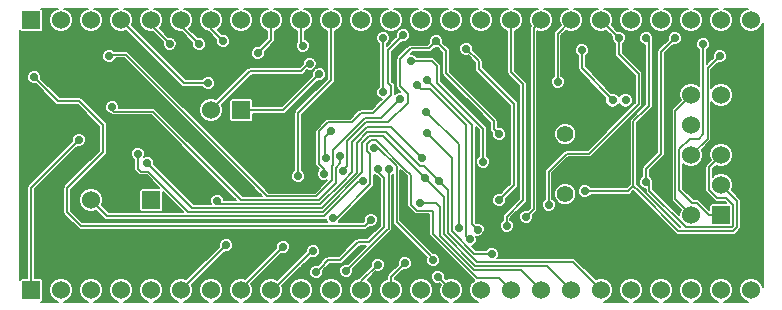
<source format=gbl>
G04 (created by PCBNEW (2013-03-31 BZR 4008)-stable) date 21.10.2013 14:27:09*
%MOIN*%
G04 Gerber Fmt 3.4, Leading zero omitted, Abs format*
%FSLAX34Y34*%
G01*
G70*
G90*
G04 APERTURE LIST*
%ADD10C,0.006*%
%ADD11R,0.06X0.06*%
%ADD12C,0.06*%
%ADD13C,0.056*%
%ADD14C,0.0275591*%
%ADD15C,0.00629921*%
G04 APERTURE END LIST*
G54D10*
G54D11*
X84000Y-49500D03*
G54D12*
X83000Y-49500D03*
X84000Y-48500D03*
X83000Y-48500D03*
X84000Y-47500D03*
X83000Y-47500D03*
X84000Y-46500D03*
X83000Y-46500D03*
X84000Y-45500D03*
X83000Y-45500D03*
G54D11*
X65000Y-49000D03*
G54D12*
X64000Y-49000D03*
X63000Y-49000D03*
G54D11*
X68000Y-46000D03*
G54D12*
X67000Y-46000D03*
G54D11*
X61000Y-43000D03*
G54D12*
X62000Y-43000D03*
X71000Y-43000D03*
X64000Y-43000D03*
X73000Y-43000D03*
X66000Y-43000D03*
X75000Y-43000D03*
X68000Y-43000D03*
X77000Y-43000D03*
X70000Y-43000D03*
X79000Y-43000D03*
X72000Y-43000D03*
X81000Y-43000D03*
X74000Y-43000D03*
X83000Y-43000D03*
X76000Y-43000D03*
X85000Y-43000D03*
X78000Y-43000D03*
X80000Y-43000D03*
X82000Y-43000D03*
X84000Y-43000D03*
X63000Y-43000D03*
X65000Y-43000D03*
X67000Y-43000D03*
X69000Y-43000D03*
G54D11*
X61000Y-52000D03*
G54D12*
X62000Y-52000D03*
X71000Y-52000D03*
X64000Y-52000D03*
X73000Y-52000D03*
X66000Y-52000D03*
X75000Y-52000D03*
X68000Y-52000D03*
X77000Y-52000D03*
X70000Y-52000D03*
X79000Y-52000D03*
X72000Y-52000D03*
X81000Y-52000D03*
X74000Y-52000D03*
X83000Y-52000D03*
X76000Y-52000D03*
X85000Y-52000D03*
X78000Y-52000D03*
X80000Y-52000D03*
X82000Y-52000D03*
X84000Y-52000D03*
X63000Y-52000D03*
X65000Y-52000D03*
X67000Y-52000D03*
X69000Y-52000D03*
G54D13*
X78800Y-48800D03*
X78800Y-46800D03*
G54D14*
X80383Y-45667D03*
X80816Y-45667D03*
X62595Y-46989D03*
X70837Y-47599D03*
X71000Y-46700D03*
X74150Y-46050D03*
X72550Y-51150D03*
X75245Y-49944D03*
X71500Y-51350D03*
X72914Y-47955D03*
X70500Y-51400D03*
X72562Y-47973D03*
X70400Y-50700D03*
X69400Y-50550D03*
X67500Y-50500D03*
X74605Y-48378D03*
X64878Y-47758D03*
X64550Y-47450D03*
X74125Y-48257D03*
X70600Y-44800D03*
X78250Y-49150D03*
X80588Y-43588D03*
X83950Y-44200D03*
X82450Y-43600D03*
X81500Y-48400D03*
X81500Y-43600D03*
X79450Y-48700D03*
X83400Y-43800D03*
X73978Y-49100D03*
X63600Y-44200D03*
X73310Y-45614D03*
X63700Y-45900D03*
X71306Y-47542D03*
X77500Y-49550D03*
X65614Y-43785D03*
X66900Y-45100D03*
X76850Y-49850D03*
X61100Y-44900D03*
X72329Y-49654D03*
X75500Y-43950D03*
X76599Y-49000D03*
X76600Y-46800D03*
X74500Y-43700D03*
X71398Y-48014D03*
X71058Y-49601D03*
X66600Y-43800D03*
X67400Y-43700D03*
X78550Y-45050D03*
X69900Y-48200D03*
X72732Y-45411D03*
X72732Y-43597D03*
X73400Y-43500D03*
X70746Y-48132D03*
X68550Y-44100D03*
X79350Y-44000D03*
X70050Y-43850D03*
X74043Y-47597D03*
X67200Y-49015D03*
X76350Y-50800D03*
X74191Y-46771D03*
X73650Y-44350D03*
X70281Y-44457D03*
X76066Y-47722D03*
X72075Y-48375D03*
X74550Y-51550D03*
X75620Y-50307D03*
X73850Y-45150D03*
X74400Y-51000D03*
X72420Y-47256D03*
X73450Y-51100D03*
X75882Y-49980D03*
X74200Y-45000D03*
X68800Y-47200D03*
X68800Y-48200D03*
G54D15*
X61000Y-48584D02*
X62595Y-46989D01*
X61000Y-52000D02*
X61000Y-48584D01*
X71000Y-46700D02*
X70800Y-46900D01*
X70800Y-46900D02*
X70800Y-47562D01*
X70800Y-47562D02*
X70837Y-47599D01*
X82477Y-48977D02*
X83000Y-49500D01*
X82477Y-46022D02*
X82477Y-48977D01*
X83000Y-45500D02*
X82477Y-46022D01*
X74150Y-46050D02*
X75245Y-47145D01*
X72000Y-51700D02*
X72000Y-52000D01*
X72550Y-51150D02*
X72000Y-51700D01*
X75245Y-47145D02*
X75245Y-49944D01*
X72914Y-49950D02*
X72900Y-49950D01*
X72900Y-49950D02*
X72800Y-50050D01*
X72800Y-50050D02*
X71500Y-51350D01*
X72914Y-49950D02*
X72914Y-47955D01*
X71300Y-51000D02*
X70900Y-51000D01*
X70900Y-51000D02*
X70650Y-51250D01*
X70650Y-51250D02*
X70500Y-51400D01*
X71900Y-50400D02*
X72250Y-50400D01*
X71300Y-51000D02*
X71900Y-50400D01*
X72562Y-47973D02*
X72562Y-48062D01*
X72750Y-49900D02*
X72250Y-50400D01*
X72750Y-48250D02*
X72750Y-49900D01*
X72562Y-48062D02*
X72750Y-48250D01*
X70400Y-50700D02*
X70350Y-50700D01*
X70350Y-50700D02*
X69900Y-51150D01*
X69050Y-52000D02*
X69000Y-52000D01*
X69900Y-51150D02*
X69050Y-52000D01*
X69400Y-50550D02*
X69000Y-50950D01*
X68000Y-51950D02*
X68000Y-52000D01*
X69000Y-50950D02*
X68000Y-51950D01*
X67500Y-50500D02*
X66000Y-52000D01*
X66700Y-49250D02*
X66370Y-49250D01*
X66370Y-49250D02*
X64878Y-47758D01*
X74605Y-48378D02*
X74605Y-48355D01*
X74605Y-48355D02*
X74100Y-47850D01*
X74100Y-47850D02*
X73950Y-47850D01*
X73950Y-47850D02*
X72829Y-46729D01*
X72829Y-46729D02*
X72202Y-46729D01*
X72202Y-46729D02*
X71850Y-47082D01*
X71850Y-47082D02*
X71850Y-48094D01*
X71850Y-48094D02*
X70694Y-49250D01*
X70694Y-49250D02*
X66700Y-49250D01*
X79063Y-51063D02*
X80000Y-52000D01*
X75858Y-51063D02*
X79063Y-51063D01*
X74886Y-50092D02*
X75858Y-51063D01*
X74886Y-48659D02*
X74886Y-50092D01*
X74605Y-48378D02*
X74886Y-48659D01*
X65901Y-48781D02*
X65835Y-48714D01*
X65835Y-48714D02*
X64878Y-47758D01*
X64900Y-48050D02*
X64700Y-48050D01*
X66244Y-49394D02*
X64900Y-48050D01*
X74125Y-48257D02*
X72723Y-46855D01*
X72723Y-46855D02*
X72270Y-46855D01*
X72270Y-46855D02*
X72043Y-47082D01*
X72043Y-47082D02*
X72043Y-48078D01*
X72043Y-48078D02*
X70727Y-49394D01*
X70727Y-49394D02*
X66300Y-49394D01*
X66300Y-49394D02*
X66244Y-49394D01*
X64550Y-47450D02*
X64550Y-47950D01*
X64550Y-47950D02*
X64650Y-48050D01*
X64650Y-48050D02*
X64700Y-48050D01*
X74760Y-48893D02*
X74125Y-48257D01*
X74760Y-50144D02*
X74760Y-48893D01*
X75806Y-51189D02*
X74760Y-50144D01*
X78189Y-51189D02*
X75806Y-51189D01*
X79000Y-52000D02*
X78189Y-51189D01*
X69400Y-46000D02*
X70600Y-44800D01*
X68000Y-46000D02*
X69400Y-46000D01*
X80588Y-44138D02*
X80588Y-43588D01*
X81250Y-44800D02*
X80588Y-44138D01*
X81250Y-45800D02*
X81250Y-44800D01*
X79600Y-47450D02*
X81250Y-45800D01*
X78850Y-47450D02*
X79600Y-47450D01*
X78250Y-48050D02*
X78850Y-47450D01*
X78250Y-49150D02*
X78250Y-48050D01*
X80588Y-43588D02*
X80000Y-43000D01*
X83550Y-46950D02*
X83550Y-44600D01*
X83550Y-44600D02*
X83650Y-44500D01*
X83650Y-44500D02*
X83950Y-44200D01*
X83000Y-47500D02*
X83550Y-46950D01*
X81500Y-48400D02*
X81500Y-47950D01*
X81500Y-47950D02*
X82000Y-47450D01*
X82000Y-44050D02*
X82450Y-43600D01*
X82000Y-44050D02*
X82000Y-47450D01*
X81500Y-48400D02*
X81500Y-48050D01*
X81607Y-48692D02*
X81607Y-48507D01*
X81607Y-48507D02*
X81500Y-48400D01*
X83602Y-47897D02*
X84000Y-47500D01*
X83602Y-48669D02*
X83602Y-47897D01*
X83873Y-48939D02*
X83602Y-48669D01*
X84173Y-48939D02*
X83873Y-48939D01*
X84394Y-49160D02*
X84173Y-48939D01*
X84394Y-49849D02*
X84394Y-49160D01*
X84345Y-49897D02*
X84394Y-49849D01*
X82812Y-49897D02*
X84345Y-49897D01*
X81607Y-48692D02*
X82812Y-49897D01*
X81500Y-45950D02*
X81600Y-45850D01*
X81600Y-43700D02*
X81500Y-43600D01*
X81600Y-45850D02*
X81600Y-43700D01*
X81500Y-45950D02*
X81075Y-46374D01*
X80900Y-48701D02*
X80900Y-48700D01*
X81075Y-48524D02*
X81075Y-48527D01*
X80900Y-48700D02*
X81075Y-48524D01*
X80900Y-48701D02*
X79451Y-48701D01*
X79451Y-48701D02*
X79450Y-48700D01*
X82578Y-50030D02*
X81248Y-48701D01*
X81248Y-48701D02*
X81075Y-48527D01*
X81075Y-48527D02*
X81075Y-48527D01*
X84392Y-50030D02*
X82578Y-50030D01*
X84539Y-49883D02*
X84392Y-50030D01*
X84539Y-49039D02*
X84539Y-49883D01*
X84000Y-48500D02*
X84539Y-49039D01*
X81075Y-48527D02*
X81075Y-46374D01*
X83395Y-44050D02*
X83395Y-43804D01*
X83395Y-43804D02*
X83400Y-43800D01*
X82603Y-47550D02*
X82603Y-47296D01*
X83400Y-45600D02*
X83395Y-45600D01*
X83400Y-46800D02*
X83400Y-45600D01*
X83250Y-46950D02*
X83400Y-46800D01*
X82950Y-46950D02*
X83250Y-46950D01*
X82603Y-47296D02*
X82950Y-46950D01*
X83395Y-45600D02*
X83395Y-44050D01*
X82603Y-48665D02*
X82603Y-47550D01*
X83043Y-49105D02*
X82603Y-48665D01*
X83210Y-49105D02*
X83043Y-49105D01*
X83605Y-49500D02*
X83210Y-49105D01*
X84000Y-49500D02*
X83605Y-49500D01*
X74618Y-50181D02*
X74618Y-49218D01*
X74500Y-49100D02*
X73978Y-49100D01*
X74618Y-49218D02*
X74500Y-49100D01*
X75753Y-51316D02*
X74618Y-50181D01*
X77316Y-51316D02*
X75753Y-51316D01*
X78000Y-52000D02*
X77316Y-51316D01*
X71039Y-48182D02*
X71039Y-48332D01*
X68872Y-48872D02*
X68600Y-48600D01*
X70500Y-48872D02*
X68872Y-48872D01*
X71039Y-48332D02*
X70500Y-48872D01*
X68600Y-48600D02*
X68490Y-48490D01*
X63650Y-44150D02*
X63600Y-44200D01*
X68490Y-48490D02*
X64150Y-44150D01*
X64150Y-44150D02*
X63650Y-44150D01*
X71039Y-47866D02*
X71039Y-48182D01*
X71073Y-47832D02*
X71039Y-47866D01*
X71073Y-47324D02*
X71073Y-47832D01*
X72131Y-46266D02*
X71073Y-47324D01*
X72659Y-46266D02*
X72131Y-46266D01*
X73310Y-45614D02*
X72659Y-46266D01*
X71165Y-48246D02*
X71165Y-48421D01*
X67998Y-48998D02*
X67800Y-48800D01*
X70589Y-48998D02*
X67998Y-48998D01*
X71165Y-48421D02*
X70589Y-48998D01*
X67800Y-48800D02*
X67600Y-48600D01*
X67600Y-48600D02*
X65050Y-46050D01*
X63750Y-46050D02*
X63700Y-46000D01*
X63700Y-46000D02*
X63700Y-45900D01*
X65050Y-46050D02*
X63750Y-46050D01*
X71165Y-47918D02*
X71165Y-48246D01*
X71306Y-47778D02*
X71165Y-47918D01*
X71306Y-47542D02*
X71306Y-47778D01*
X78000Y-43000D02*
X77750Y-43250D01*
X77750Y-49300D02*
X77500Y-49550D01*
X77750Y-43250D02*
X77750Y-49300D01*
X65000Y-43171D02*
X65614Y-43785D01*
X65000Y-43000D02*
X65000Y-43171D01*
X66900Y-45100D02*
X66100Y-45100D01*
X66100Y-45100D02*
X65900Y-44900D01*
X65900Y-44900D02*
X64000Y-43000D01*
X76850Y-49850D02*
X76850Y-49550D01*
X76850Y-49550D02*
X77400Y-49000D01*
X77400Y-45137D02*
X77000Y-44737D01*
X77000Y-43000D02*
X77000Y-44737D01*
X77400Y-49000D02*
X77400Y-45137D01*
X62600Y-45700D02*
X61900Y-45700D01*
X62200Y-48600D02*
X62600Y-48199D01*
X62200Y-49400D02*
X62200Y-48600D01*
X62655Y-49855D02*
X62200Y-49400D01*
X63400Y-46500D02*
X62600Y-45700D01*
X63400Y-46500D02*
X63400Y-47400D01*
X63400Y-47400D02*
X62600Y-48199D01*
X61100Y-44900D02*
X61900Y-45700D01*
X72128Y-49855D02*
X72329Y-49654D01*
X63500Y-49855D02*
X72128Y-49855D01*
X63500Y-49855D02*
X62655Y-49855D01*
X75925Y-44625D02*
X75925Y-44375D01*
X75925Y-44375D02*
X75500Y-43950D01*
X76900Y-48700D02*
X77100Y-48500D01*
X77100Y-45800D02*
X75925Y-44625D01*
X77100Y-48500D02*
X77100Y-45800D01*
X76900Y-48700D02*
X76599Y-49000D01*
X76425Y-46625D02*
X76425Y-46375D01*
X76150Y-46100D02*
X76150Y-46092D01*
X76425Y-46375D02*
X76150Y-46100D01*
X76150Y-46092D02*
X74828Y-44771D01*
X74500Y-43700D02*
X74828Y-44028D01*
X74828Y-44771D02*
X74828Y-44028D01*
X76600Y-46800D02*
X76425Y-46625D01*
X76425Y-46625D02*
X76425Y-46625D01*
X73550Y-45750D02*
X73550Y-45450D01*
X73550Y-45450D02*
X73500Y-45400D01*
X73300Y-45200D02*
X73300Y-45000D01*
X73500Y-45400D02*
X73300Y-45200D01*
X72700Y-46401D02*
X72898Y-46401D01*
X72898Y-46401D02*
X73550Y-45750D01*
X73300Y-44300D02*
X73499Y-44100D01*
X73300Y-45000D02*
X73300Y-44300D01*
X73657Y-43942D02*
X73839Y-43942D01*
X73499Y-44100D02*
X73657Y-43942D01*
X74000Y-43942D02*
X74257Y-43942D01*
X74257Y-43942D02*
X74500Y-43700D01*
X71538Y-47874D02*
X71398Y-48014D01*
X71538Y-47037D02*
X71538Y-47874D01*
X72174Y-46401D02*
X71538Y-47037D01*
X72700Y-46401D02*
X72174Y-46401D01*
X74000Y-43942D02*
X73839Y-43942D01*
X74404Y-50145D02*
X74404Y-49404D01*
X73650Y-48157D02*
X73477Y-47984D01*
X73650Y-49150D02*
X73650Y-48157D01*
X73850Y-49350D02*
X73650Y-49150D01*
X74350Y-49350D02*
X73850Y-49350D01*
X74404Y-49404D02*
X74350Y-49350D01*
X76590Y-51590D02*
X77000Y-52000D01*
X75850Y-51590D02*
X76590Y-51590D01*
X74404Y-50145D02*
X75850Y-51590D01*
X72491Y-46999D02*
X73477Y-47984D01*
X72326Y-46999D02*
X72491Y-46999D01*
X72188Y-47137D02*
X72326Y-46999D01*
X72188Y-47352D02*
X72188Y-47137D01*
X72309Y-47474D02*
X72188Y-47352D01*
X72309Y-48475D02*
X72309Y-47474D01*
X71183Y-49601D02*
X72309Y-48475D01*
X71058Y-49601D02*
X71183Y-49601D01*
X66000Y-43200D02*
X66000Y-43000D01*
X66600Y-43800D02*
X66000Y-43200D01*
X67000Y-43300D02*
X67000Y-43000D01*
X67400Y-43700D02*
X67000Y-43300D01*
X78550Y-45050D02*
X78550Y-43450D01*
X79000Y-43000D02*
X78550Y-43450D01*
X71000Y-44987D02*
X71000Y-45000D01*
X71000Y-45000D02*
X70100Y-45900D01*
X69900Y-48200D02*
X69900Y-46100D01*
X69900Y-46100D02*
X70100Y-45900D01*
X71000Y-44987D02*
X71000Y-43000D01*
X72732Y-45411D02*
X72732Y-43597D01*
X73000Y-45500D02*
X73000Y-45200D01*
X72900Y-44000D02*
X73200Y-43700D01*
X72900Y-45100D02*
X72900Y-44000D01*
X73000Y-45200D02*
X72900Y-45100D01*
X70900Y-46409D02*
X71690Y-46409D01*
X72400Y-46100D02*
X72700Y-45800D01*
X72000Y-46100D02*
X72400Y-46100D01*
X71690Y-46409D02*
X72000Y-46100D01*
X70746Y-48132D02*
X70746Y-47946D01*
X70746Y-47946D02*
X70604Y-47804D01*
X73200Y-43700D02*
X73400Y-43500D01*
X72700Y-45800D02*
X73000Y-45500D01*
X70604Y-46705D02*
X70900Y-46409D01*
X70604Y-47804D02*
X70604Y-46705D01*
X69000Y-43650D02*
X69000Y-43000D01*
X68550Y-44100D02*
X69000Y-43650D01*
X79355Y-44594D02*
X79355Y-44005D01*
X79355Y-44005D02*
X79350Y-44000D01*
X70050Y-43850D02*
X70000Y-43800D01*
X70000Y-43800D02*
X70000Y-43000D01*
X80383Y-45667D02*
X79355Y-44594D01*
X74043Y-47597D02*
X74043Y-47593D01*
X71700Y-48065D02*
X71382Y-48382D01*
X67308Y-49124D02*
X67200Y-49015D01*
X70641Y-49124D02*
X67308Y-49124D01*
X71382Y-48382D02*
X70641Y-49124D01*
X72204Y-46550D02*
X73000Y-46550D01*
X71700Y-47054D02*
X72204Y-46550D01*
X71700Y-48050D02*
X71700Y-47054D01*
X71700Y-48050D02*
X71700Y-48065D01*
X74043Y-47593D02*
X73000Y-46550D01*
X75761Y-50788D02*
X75761Y-50788D01*
X75761Y-50788D02*
X75761Y-50788D01*
X76338Y-50788D02*
X75761Y-50788D01*
X76350Y-50800D02*
X76338Y-50788D01*
X74191Y-46771D02*
X75012Y-47592D01*
X75012Y-47592D02*
X75012Y-50040D01*
X75012Y-50040D02*
X75761Y-50788D01*
X74519Y-45080D02*
X74519Y-44519D01*
X74348Y-44348D02*
X73650Y-44350D01*
X74519Y-44519D02*
X74348Y-44348D01*
X70281Y-44457D02*
X70242Y-44457D01*
X70000Y-44700D02*
X68300Y-44700D01*
X70242Y-44457D02*
X70000Y-44700D01*
X67000Y-46000D02*
X68300Y-44700D01*
X76066Y-47722D02*
X76066Y-46627D01*
X76066Y-46627D02*
X74519Y-45080D01*
X63000Y-49000D02*
X63531Y-49531D01*
X63531Y-49531D02*
X70769Y-49531D01*
X70769Y-49531D02*
X71924Y-48375D01*
X71924Y-48375D02*
X72075Y-48375D01*
X74550Y-51550D02*
X75000Y-52000D01*
X75607Y-50307D02*
X75500Y-50200D01*
X75500Y-50200D02*
X75500Y-46915D01*
X75620Y-50307D02*
X75607Y-50307D01*
X75500Y-46500D02*
X75500Y-46915D01*
X74300Y-45300D02*
X75500Y-46500D01*
X74000Y-45300D02*
X74300Y-45300D01*
X73850Y-45150D02*
X74000Y-45300D01*
X74400Y-51000D02*
X74400Y-50950D01*
X74400Y-50950D02*
X74250Y-50800D01*
X74250Y-50800D02*
X73950Y-50500D01*
X73950Y-50500D02*
X73180Y-49730D01*
X73180Y-47866D02*
X73180Y-49730D01*
X72570Y-47256D02*
X73180Y-47866D01*
X72420Y-47256D02*
X72570Y-47256D01*
X73450Y-51100D02*
X73000Y-51550D01*
X73000Y-51550D02*
X73000Y-52000D01*
X75880Y-49980D02*
X75700Y-49800D01*
X75700Y-49800D02*
X75700Y-46611D01*
X75882Y-49980D02*
X75880Y-49980D01*
X75700Y-46500D02*
X75700Y-46611D01*
X74200Y-45000D02*
X75700Y-46500D01*
X68800Y-48200D02*
X68800Y-47200D01*
X83000Y-48238D02*
X83000Y-48500D01*
X83500Y-47738D02*
X83000Y-48238D01*
X83500Y-47178D02*
X83500Y-47738D01*
X84000Y-46678D02*
X83500Y-47178D01*
X84000Y-46500D02*
X84000Y-46678D01*
G54D10*
G36*
X85385Y-51900D02*
X85334Y-51776D01*
X85223Y-51665D01*
X85078Y-51605D01*
X84921Y-51605D01*
X84776Y-51665D01*
X84665Y-51776D01*
X84665Y-49883D01*
X84665Y-49039D01*
X84656Y-48991D01*
X84628Y-48950D01*
X84628Y-48950D01*
X84354Y-48675D01*
X84394Y-48578D01*
X84394Y-48421D01*
X84334Y-48276D01*
X84223Y-48165D01*
X84078Y-48105D01*
X83921Y-48105D01*
X83776Y-48165D01*
X83728Y-48213D01*
X83728Y-47949D01*
X83824Y-47854D01*
X83921Y-47894D01*
X84078Y-47894D01*
X84223Y-47834D01*
X84334Y-47723D01*
X84394Y-47578D01*
X84394Y-47421D01*
X84334Y-47276D01*
X84223Y-47165D01*
X84078Y-47105D01*
X83921Y-47105D01*
X83776Y-47165D01*
X83665Y-47276D01*
X83605Y-47421D01*
X83605Y-47578D01*
X83645Y-47675D01*
X83513Y-47808D01*
X83486Y-47848D01*
X83476Y-47897D01*
X83476Y-48669D01*
X83486Y-48717D01*
X83513Y-48758D01*
X83783Y-49028D01*
X83783Y-49028D01*
X83824Y-49055D01*
X83873Y-49065D01*
X83873Y-49065D01*
X84120Y-49065D01*
X84161Y-49105D01*
X83681Y-49105D01*
X83646Y-49119D01*
X83619Y-49146D01*
X83605Y-49181D01*
X83605Y-49218D01*
X83605Y-49321D01*
X83299Y-49016D01*
X83258Y-48988D01*
X83210Y-48979D01*
X83095Y-48979D01*
X82729Y-48613D01*
X82729Y-47787D01*
X82776Y-47834D01*
X82921Y-47894D01*
X83078Y-47894D01*
X83223Y-47834D01*
X83334Y-47723D01*
X83394Y-47578D01*
X83394Y-47421D01*
X83354Y-47324D01*
X83639Y-47039D01*
X83666Y-46998D01*
X83666Y-46998D01*
X83675Y-46950D01*
X83675Y-45733D01*
X83776Y-45834D01*
X83921Y-45894D01*
X84078Y-45894D01*
X84223Y-45834D01*
X84334Y-45723D01*
X84394Y-45578D01*
X84394Y-45421D01*
X84334Y-45276D01*
X84223Y-45165D01*
X84078Y-45105D01*
X83921Y-45105D01*
X83776Y-45165D01*
X83675Y-45266D01*
X83675Y-44652D01*
X83739Y-44589D01*
X83898Y-44429D01*
X83903Y-44432D01*
X83996Y-44432D01*
X84081Y-44397D01*
X84146Y-44331D01*
X84182Y-44246D01*
X84182Y-44153D01*
X84147Y-44068D01*
X84081Y-44003D01*
X83996Y-43967D01*
X83903Y-43967D01*
X83818Y-44002D01*
X83753Y-44068D01*
X83717Y-44153D01*
X83717Y-44246D01*
X83720Y-44251D01*
X83560Y-44410D01*
X83521Y-44450D01*
X83521Y-44050D01*
X83521Y-44001D01*
X83531Y-43997D01*
X83596Y-43931D01*
X83632Y-43846D01*
X83632Y-43753D01*
X83597Y-43668D01*
X83531Y-43603D01*
X83446Y-43567D01*
X83353Y-43567D01*
X83268Y-43602D01*
X83203Y-43668D01*
X83167Y-43753D01*
X83167Y-43846D01*
X83202Y-43931D01*
X83268Y-43996D01*
X83269Y-43997D01*
X83269Y-44050D01*
X83269Y-45211D01*
X83223Y-45165D01*
X83078Y-45105D01*
X82921Y-45105D01*
X82776Y-45165D01*
X82665Y-45276D01*
X82605Y-45421D01*
X82605Y-45578D01*
X82645Y-45675D01*
X82388Y-45933D01*
X82360Y-45974D01*
X82351Y-46022D01*
X82351Y-48977D01*
X82360Y-49025D01*
X82388Y-49066D01*
X82645Y-49324D01*
X82605Y-49421D01*
X82605Y-49512D01*
X81733Y-48640D01*
X81733Y-48507D01*
X81724Y-48464D01*
X81732Y-48446D01*
X81732Y-48353D01*
X81697Y-48268D01*
X81631Y-48203D01*
X81625Y-48200D01*
X81625Y-48050D01*
X81625Y-48002D01*
X82089Y-47539D01*
X82116Y-47498D01*
X82116Y-47498D01*
X82125Y-47450D01*
X82125Y-44102D01*
X82398Y-43829D01*
X82403Y-43832D01*
X82496Y-43832D01*
X82581Y-43797D01*
X82646Y-43731D01*
X82682Y-43646D01*
X82682Y-43553D01*
X82647Y-43468D01*
X82581Y-43403D01*
X82496Y-43367D01*
X82403Y-43367D01*
X82318Y-43402D01*
X82253Y-43468D01*
X82217Y-43553D01*
X82217Y-43646D01*
X82220Y-43651D01*
X81910Y-43960D01*
X81883Y-44001D01*
X81874Y-44050D01*
X81874Y-47397D01*
X81410Y-47860D01*
X81383Y-47901D01*
X81374Y-47950D01*
X81374Y-48050D01*
X81374Y-48200D01*
X81368Y-48202D01*
X81303Y-48268D01*
X81267Y-48353D01*
X81267Y-48446D01*
X81302Y-48531D01*
X81368Y-48596D01*
X81453Y-48632D01*
X81481Y-48632D01*
X81481Y-48692D01*
X81490Y-48740D01*
X81518Y-48781D01*
X82641Y-49904D01*
X82630Y-49904D01*
X81337Y-48612D01*
X81337Y-48612D01*
X81337Y-48612D01*
X81201Y-48475D01*
X81201Y-46427D01*
X81589Y-46039D01*
X81689Y-45939D01*
X81716Y-45898D01*
X81716Y-45898D01*
X81725Y-45850D01*
X81725Y-43700D01*
X81720Y-43673D01*
X81732Y-43646D01*
X81732Y-43553D01*
X81697Y-43468D01*
X81631Y-43403D01*
X81546Y-43367D01*
X81453Y-43367D01*
X81368Y-43402D01*
X81303Y-43468D01*
X81267Y-43553D01*
X81267Y-43646D01*
X81302Y-43731D01*
X81368Y-43796D01*
X81453Y-43832D01*
X81474Y-43832D01*
X81474Y-45797D01*
X81410Y-45860D01*
X80986Y-46285D01*
X80958Y-46326D01*
X80949Y-46374D01*
X80949Y-48472D01*
X80846Y-48575D01*
X79649Y-48575D01*
X79647Y-48568D01*
X79581Y-48503D01*
X79496Y-48467D01*
X79403Y-48467D01*
X79318Y-48502D01*
X79253Y-48568D01*
X79217Y-48653D01*
X79217Y-48746D01*
X79252Y-48831D01*
X79318Y-48896D01*
X79403Y-48932D01*
X79496Y-48932D01*
X79581Y-48897D01*
X79646Y-48831D01*
X79648Y-48827D01*
X80900Y-48827D01*
X80948Y-48817D01*
X80989Y-48790D01*
X80991Y-48786D01*
X81073Y-48704D01*
X81159Y-48790D01*
X81159Y-48790D01*
X81159Y-48790D01*
X82489Y-50120D01*
X82530Y-50147D01*
X82530Y-50147D01*
X82578Y-50156D01*
X84392Y-50156D01*
X84440Y-50147D01*
X84440Y-50147D01*
X84481Y-50120D01*
X84628Y-49972D01*
X84628Y-49972D01*
X84656Y-49931D01*
X84665Y-49883D01*
X84665Y-49883D01*
X84665Y-51776D01*
X84665Y-51776D01*
X84605Y-51921D01*
X84605Y-52078D01*
X84665Y-52223D01*
X84776Y-52334D01*
X84900Y-52385D01*
X84099Y-52385D01*
X84223Y-52334D01*
X84334Y-52223D01*
X84394Y-52078D01*
X84394Y-51921D01*
X84334Y-51776D01*
X84223Y-51665D01*
X84078Y-51605D01*
X83921Y-51605D01*
X83776Y-51665D01*
X83665Y-51776D01*
X83605Y-51921D01*
X83605Y-52078D01*
X83665Y-52223D01*
X83776Y-52334D01*
X83900Y-52385D01*
X83099Y-52385D01*
X83223Y-52334D01*
X83334Y-52223D01*
X83394Y-52078D01*
X83394Y-51921D01*
X83334Y-51776D01*
X83223Y-51665D01*
X83078Y-51605D01*
X82921Y-51605D01*
X82776Y-51665D01*
X82665Y-51776D01*
X82605Y-51921D01*
X82605Y-52078D01*
X82665Y-52223D01*
X82776Y-52334D01*
X82900Y-52385D01*
X82099Y-52385D01*
X82223Y-52334D01*
X82334Y-52223D01*
X82394Y-52078D01*
X82394Y-51921D01*
X82334Y-51776D01*
X82223Y-51665D01*
X82078Y-51605D01*
X81921Y-51605D01*
X81776Y-51665D01*
X81665Y-51776D01*
X81605Y-51921D01*
X81605Y-52078D01*
X81665Y-52223D01*
X81776Y-52334D01*
X81900Y-52385D01*
X81099Y-52385D01*
X81223Y-52334D01*
X81334Y-52223D01*
X81394Y-52078D01*
X81394Y-51921D01*
X81334Y-51776D01*
X81223Y-51665D01*
X81078Y-51605D01*
X80921Y-51605D01*
X80776Y-51665D01*
X80665Y-51776D01*
X80605Y-51921D01*
X80605Y-52078D01*
X80665Y-52223D01*
X80776Y-52334D01*
X80900Y-52385D01*
X80099Y-52385D01*
X80223Y-52334D01*
X80334Y-52223D01*
X80394Y-52078D01*
X80394Y-51921D01*
X80334Y-51776D01*
X80223Y-51665D01*
X80078Y-51605D01*
X79921Y-51605D01*
X79824Y-51645D01*
X79174Y-50996D01*
X79174Y-48725D01*
X79117Y-48588D01*
X79012Y-48482D01*
X78874Y-48425D01*
X78725Y-48425D01*
X78588Y-48482D01*
X78482Y-48587D01*
X78425Y-48725D01*
X78425Y-48874D01*
X78482Y-49011D01*
X78587Y-49117D01*
X78725Y-49174D01*
X78874Y-49174D01*
X79011Y-49117D01*
X79117Y-49012D01*
X79174Y-48874D01*
X79174Y-48725D01*
X79174Y-50996D01*
X79152Y-50974D01*
X79112Y-50947D01*
X79063Y-50937D01*
X76540Y-50937D01*
X76546Y-50931D01*
X76582Y-50846D01*
X76582Y-50753D01*
X76547Y-50668D01*
X76481Y-50603D01*
X76396Y-50567D01*
X76303Y-50567D01*
X76218Y-50602D01*
X76158Y-50662D01*
X75813Y-50662D01*
X75683Y-50532D01*
X75751Y-50504D01*
X75816Y-50439D01*
X75852Y-50354D01*
X75852Y-50261D01*
X75831Y-50211D01*
X75835Y-50213D01*
X75928Y-50213D01*
X76013Y-50178D01*
X76078Y-50112D01*
X76114Y-50027D01*
X76114Y-49934D01*
X76079Y-49849D01*
X76013Y-49784D01*
X75928Y-49748D01*
X75836Y-49748D01*
X75829Y-49751D01*
X75825Y-49747D01*
X75825Y-46611D01*
X75825Y-46565D01*
X75940Y-46679D01*
X75940Y-47522D01*
X75935Y-47525D01*
X75869Y-47590D01*
X75834Y-47675D01*
X75834Y-47768D01*
X75869Y-47853D01*
X75934Y-47918D01*
X76020Y-47954D01*
X76112Y-47954D01*
X76198Y-47919D01*
X76263Y-47853D01*
X76298Y-47768D01*
X76299Y-47676D01*
X76263Y-47590D01*
X76198Y-47525D01*
X76192Y-47522D01*
X76192Y-46627D01*
X76183Y-46579D01*
X76155Y-46538D01*
X76155Y-46538D01*
X74645Y-45028D01*
X74645Y-44519D01*
X74645Y-44519D01*
X74635Y-44471D01*
X74608Y-44430D01*
X74608Y-44430D01*
X74438Y-44259D01*
X74436Y-44258D01*
X74395Y-44231D01*
X74347Y-44221D01*
X73848Y-44223D01*
X73847Y-44218D01*
X73781Y-44153D01*
X73696Y-44117D01*
X73660Y-44117D01*
X73709Y-44068D01*
X73839Y-44068D01*
X74000Y-44068D01*
X74257Y-44068D01*
X74305Y-44059D01*
X74305Y-44059D01*
X74346Y-44031D01*
X74448Y-43929D01*
X74453Y-43932D01*
X74546Y-43932D01*
X74551Y-43929D01*
X74702Y-44080D01*
X74702Y-44771D01*
X74712Y-44819D01*
X74739Y-44860D01*
X76046Y-46167D01*
X76046Y-46167D01*
X76060Y-46189D01*
X76299Y-46427D01*
X76299Y-46625D01*
X76308Y-46673D01*
X76335Y-46714D01*
X76370Y-46748D01*
X76367Y-46753D01*
X76367Y-46846D01*
X76402Y-46931D01*
X76468Y-46996D01*
X76553Y-47032D01*
X76646Y-47032D01*
X76731Y-46997D01*
X76796Y-46931D01*
X76832Y-46846D01*
X76832Y-46753D01*
X76797Y-46668D01*
X76731Y-46603D01*
X76646Y-46567D01*
X76553Y-46567D01*
X76550Y-46568D01*
X76550Y-46375D01*
X76541Y-46326D01*
X76541Y-46326D01*
X76514Y-46285D01*
X76253Y-46025D01*
X76239Y-46003D01*
X76239Y-46003D01*
X74954Y-44719D01*
X74954Y-44028D01*
X74945Y-43980D01*
X74945Y-43980D01*
X74917Y-43939D01*
X74729Y-43751D01*
X74732Y-43746D01*
X74732Y-43653D01*
X74697Y-43568D01*
X74631Y-43503D01*
X74546Y-43467D01*
X74453Y-43467D01*
X74368Y-43502D01*
X74303Y-43568D01*
X74267Y-43653D01*
X74267Y-43746D01*
X74270Y-43751D01*
X74205Y-43816D01*
X74000Y-43816D01*
X73839Y-43816D01*
X73657Y-43816D01*
X73609Y-43826D01*
X73568Y-43853D01*
X73410Y-44011D01*
X73410Y-44011D01*
X73210Y-44210D01*
X73183Y-44251D01*
X73174Y-44300D01*
X73174Y-45000D01*
X73174Y-45200D01*
X73183Y-45248D01*
X73210Y-45289D01*
X73304Y-45382D01*
X73264Y-45382D01*
X73179Y-45417D01*
X73125Y-45470D01*
X73125Y-45200D01*
X73116Y-45151D01*
X73116Y-45151D01*
X73089Y-45110D01*
X73025Y-45047D01*
X73025Y-44052D01*
X73289Y-43789D01*
X73289Y-43789D01*
X73289Y-43789D01*
X73348Y-43729D01*
X73353Y-43732D01*
X73446Y-43732D01*
X73531Y-43697D01*
X73596Y-43631D01*
X73632Y-43546D01*
X73632Y-43453D01*
X73597Y-43368D01*
X73531Y-43303D01*
X73446Y-43267D01*
X73353Y-43267D01*
X73268Y-43302D01*
X73203Y-43368D01*
X73167Y-43453D01*
X73167Y-43546D01*
X73170Y-43551D01*
X73110Y-43610D01*
X73110Y-43610D01*
X72858Y-43863D01*
X72858Y-43796D01*
X72864Y-43794D01*
X72929Y-43729D01*
X72964Y-43644D01*
X72964Y-43551D01*
X72929Y-43466D01*
X72864Y-43400D01*
X72779Y-43365D01*
X72686Y-43365D01*
X72601Y-43400D01*
X72535Y-43465D01*
X72500Y-43551D01*
X72500Y-43643D01*
X72535Y-43729D01*
X72600Y-43794D01*
X72606Y-43796D01*
X72606Y-45212D01*
X72601Y-45214D01*
X72535Y-45280D01*
X72500Y-45365D01*
X72500Y-45457D01*
X72535Y-45543D01*
X72600Y-45608D01*
X72680Y-45641D01*
X72610Y-45710D01*
X72610Y-45710D01*
X72347Y-45974D01*
X72000Y-45974D01*
X71951Y-45983D01*
X71910Y-46010D01*
X71638Y-46283D01*
X70900Y-46283D01*
X70851Y-46293D01*
X70810Y-46320D01*
X70515Y-46615D01*
X70488Y-46656D01*
X70478Y-46705D01*
X70478Y-47804D01*
X70488Y-47852D01*
X70515Y-47893D01*
X70586Y-47964D01*
X70550Y-48001D01*
X70514Y-48086D01*
X70514Y-48178D01*
X70549Y-48264D01*
X70615Y-48329D01*
X70700Y-48364D01*
X70792Y-48365D01*
X70854Y-48339D01*
X70447Y-48746D01*
X68924Y-48746D01*
X68689Y-48510D01*
X68579Y-48401D01*
X68579Y-48401D01*
X68579Y-48401D01*
X64239Y-44060D01*
X64198Y-44033D01*
X64150Y-44024D01*
X63752Y-44024D01*
X63731Y-44003D01*
X63646Y-43967D01*
X63553Y-43967D01*
X63468Y-44002D01*
X63403Y-44068D01*
X63367Y-44153D01*
X63367Y-44246D01*
X63402Y-44331D01*
X63468Y-44396D01*
X63553Y-44432D01*
X63646Y-44432D01*
X63731Y-44397D01*
X63796Y-44331D01*
X63819Y-44275D01*
X64097Y-44275D01*
X68401Y-48579D01*
X68401Y-48579D01*
X68401Y-48579D01*
X68510Y-48689D01*
X68693Y-48872D01*
X68050Y-48872D01*
X67889Y-48710D01*
X67889Y-48710D01*
X67889Y-48710D01*
X67689Y-48510D01*
X65139Y-45960D01*
X65098Y-45933D01*
X65050Y-45924D01*
X63932Y-45924D01*
X63932Y-45853D01*
X63897Y-45768D01*
X63831Y-45703D01*
X63746Y-45667D01*
X63653Y-45667D01*
X63568Y-45702D01*
X63503Y-45768D01*
X63467Y-45853D01*
X63467Y-45946D01*
X63502Y-46031D01*
X63568Y-46096D01*
X63653Y-46132D01*
X63654Y-46132D01*
X63660Y-46139D01*
X63701Y-46166D01*
X63701Y-46166D01*
X63750Y-46175D01*
X64997Y-46175D01*
X67510Y-48689D01*
X67710Y-48889D01*
X67710Y-48889D01*
X67710Y-48889D01*
X67819Y-48998D01*
X67432Y-48998D01*
X67432Y-48969D01*
X67397Y-48884D01*
X67331Y-48819D01*
X67246Y-48783D01*
X67153Y-48783D01*
X67068Y-48818D01*
X67003Y-48884D01*
X66967Y-48969D01*
X66967Y-49061D01*
X66993Y-49124D01*
X66700Y-49124D01*
X66422Y-49124D01*
X65990Y-48692D01*
X65969Y-48670D01*
X65924Y-48625D01*
X65924Y-48625D01*
X65924Y-48625D01*
X65108Y-47809D01*
X65110Y-47804D01*
X65111Y-47712D01*
X65075Y-47626D01*
X65010Y-47561D01*
X64925Y-47525D01*
X64832Y-47525D01*
X64757Y-47556D01*
X64782Y-47496D01*
X64782Y-47403D01*
X64747Y-47318D01*
X64681Y-47253D01*
X64596Y-47217D01*
X64503Y-47217D01*
X64418Y-47252D01*
X64353Y-47318D01*
X64317Y-47403D01*
X64317Y-47496D01*
X64352Y-47581D01*
X64418Y-47646D01*
X64424Y-47649D01*
X64424Y-47950D01*
X64433Y-47998D01*
X64460Y-48039D01*
X64560Y-48139D01*
X64601Y-48166D01*
X64601Y-48166D01*
X64650Y-48175D01*
X64700Y-48175D01*
X64847Y-48175D01*
X65277Y-48605D01*
X64681Y-48605D01*
X64646Y-48619D01*
X64619Y-48646D01*
X64605Y-48681D01*
X64605Y-48718D01*
X64605Y-49318D01*
X64619Y-49353D01*
X64646Y-49380D01*
X64681Y-49394D01*
X64718Y-49394D01*
X65318Y-49394D01*
X65353Y-49380D01*
X65380Y-49353D01*
X65394Y-49318D01*
X65394Y-49281D01*
X65394Y-48722D01*
X66077Y-49405D01*
X63583Y-49405D01*
X63354Y-49175D01*
X63394Y-49078D01*
X63394Y-48921D01*
X63334Y-48776D01*
X63223Y-48665D01*
X63078Y-48605D01*
X62921Y-48605D01*
X62776Y-48665D01*
X62665Y-48776D01*
X62605Y-48921D01*
X62605Y-49078D01*
X62665Y-49223D01*
X62776Y-49334D01*
X62921Y-49394D01*
X63078Y-49394D01*
X63175Y-49354D01*
X63442Y-49620D01*
X63442Y-49620D01*
X63483Y-49647D01*
X63531Y-49657D01*
X70769Y-49657D01*
X70817Y-49647D01*
X70817Y-49647D01*
X70826Y-49641D01*
X70826Y-49647D01*
X70860Y-49729D01*
X63500Y-49729D01*
X62708Y-49729D01*
X62325Y-49347D01*
X62325Y-48652D01*
X62689Y-48288D01*
X63489Y-47489D01*
X63489Y-47489D01*
X63516Y-47448D01*
X63525Y-47400D01*
X63525Y-47400D01*
X63525Y-46500D01*
X63525Y-46499D01*
X63516Y-46451D01*
X63489Y-46410D01*
X63489Y-46410D01*
X62689Y-45610D01*
X62648Y-45583D01*
X62600Y-45574D01*
X61952Y-45574D01*
X61329Y-44951D01*
X61332Y-44946D01*
X61332Y-44853D01*
X61297Y-44768D01*
X61231Y-44703D01*
X61146Y-44667D01*
X61053Y-44667D01*
X60968Y-44702D01*
X60903Y-44768D01*
X60867Y-44853D01*
X60867Y-44946D01*
X60902Y-45031D01*
X60968Y-45096D01*
X61053Y-45132D01*
X61146Y-45132D01*
X61151Y-45129D01*
X61810Y-45789D01*
X61810Y-45789D01*
X61851Y-45816D01*
X61899Y-45825D01*
X61900Y-45825D01*
X62547Y-45825D01*
X63274Y-46552D01*
X63274Y-47347D01*
X62511Y-48110D01*
X62110Y-48510D01*
X62083Y-48551D01*
X62074Y-48600D01*
X62074Y-49400D01*
X62083Y-49448D01*
X62110Y-49489D01*
X62566Y-49944D01*
X62566Y-49944D01*
X62607Y-49972D01*
X62655Y-49981D01*
X62655Y-49981D01*
X63500Y-49981D01*
X72128Y-49981D01*
X72176Y-49972D01*
X72176Y-49972D01*
X72217Y-49944D01*
X72277Y-49884D01*
X72283Y-49887D01*
X72375Y-49887D01*
X72461Y-49851D01*
X72526Y-49786D01*
X72562Y-49701D01*
X72562Y-49608D01*
X72526Y-49523D01*
X72461Y-49457D01*
X72376Y-49422D01*
X72283Y-49422D01*
X72198Y-49457D01*
X72132Y-49523D01*
X72097Y-49608D01*
X72097Y-49700D01*
X72099Y-49706D01*
X72076Y-49729D01*
X71256Y-49729D01*
X71273Y-49690D01*
X72398Y-48564D01*
X72398Y-48564D01*
X72425Y-48523D01*
X72435Y-48475D01*
X72435Y-48475D01*
X72435Y-48172D01*
X72516Y-48205D01*
X72527Y-48205D01*
X72624Y-48302D01*
X72624Y-49847D01*
X72197Y-50274D01*
X71900Y-50274D01*
X71851Y-50283D01*
X71831Y-50297D01*
X71810Y-50310D01*
X71247Y-50874D01*
X70900Y-50874D01*
X70851Y-50883D01*
X70810Y-50910D01*
X70560Y-51160D01*
X70551Y-51170D01*
X70546Y-51167D01*
X70453Y-51167D01*
X70368Y-51202D01*
X70303Y-51268D01*
X70267Y-51353D01*
X70267Y-51446D01*
X70302Y-51531D01*
X70368Y-51596D01*
X70453Y-51632D01*
X70546Y-51632D01*
X70631Y-51597D01*
X70696Y-51531D01*
X70732Y-51446D01*
X70732Y-51353D01*
X70729Y-51348D01*
X70739Y-51339D01*
X70952Y-51125D01*
X71300Y-51125D01*
X71348Y-51116D01*
X71348Y-51116D01*
X71389Y-51089D01*
X71952Y-50525D01*
X72145Y-50525D01*
X71551Y-51120D01*
X71546Y-51117D01*
X71453Y-51117D01*
X71368Y-51152D01*
X71303Y-51218D01*
X71267Y-51303D01*
X71267Y-51396D01*
X71302Y-51481D01*
X71368Y-51546D01*
X71453Y-51582D01*
X71546Y-51582D01*
X71631Y-51547D01*
X71696Y-51481D01*
X71732Y-51396D01*
X71732Y-51303D01*
X71729Y-51298D01*
X72889Y-50139D01*
X72961Y-50066D01*
X72962Y-50066D01*
X73003Y-50039D01*
X73030Y-49998D01*
X73040Y-49950D01*
X73040Y-48154D01*
X73045Y-48152D01*
X73054Y-48143D01*
X73054Y-49730D01*
X73063Y-49778D01*
X73091Y-49819D01*
X73860Y-50589D01*
X74160Y-50889D01*
X74160Y-50889D01*
X74160Y-50889D01*
X74184Y-50912D01*
X74167Y-50953D01*
X74167Y-51046D01*
X74202Y-51131D01*
X74268Y-51196D01*
X74353Y-51232D01*
X74446Y-51232D01*
X74531Y-51197D01*
X74596Y-51131D01*
X74632Y-51046D01*
X74632Y-50953D01*
X74597Y-50868D01*
X74531Y-50803D01*
X74446Y-50767D01*
X74395Y-50767D01*
X74339Y-50710D01*
X74339Y-50710D01*
X74339Y-50710D01*
X74039Y-50410D01*
X73306Y-49678D01*
X73306Y-47991D01*
X73388Y-48073D01*
X73388Y-48073D01*
X73388Y-48073D01*
X73524Y-48209D01*
X73524Y-49150D01*
X73533Y-49198D01*
X73560Y-49239D01*
X73760Y-49439D01*
X73760Y-49439D01*
X73801Y-49466D01*
X73850Y-49475D01*
X74278Y-49475D01*
X74278Y-50145D01*
X74288Y-50193D01*
X74315Y-50234D01*
X75760Y-51679D01*
X75760Y-51679D01*
X75761Y-51680D01*
X75665Y-51776D01*
X75605Y-51921D01*
X75605Y-52078D01*
X75665Y-52223D01*
X75776Y-52334D01*
X75900Y-52385D01*
X75099Y-52385D01*
X75223Y-52334D01*
X75334Y-52223D01*
X75394Y-52078D01*
X75394Y-51921D01*
X75334Y-51776D01*
X75223Y-51665D01*
X75078Y-51605D01*
X74921Y-51605D01*
X74824Y-51645D01*
X74779Y-51601D01*
X74782Y-51596D01*
X74782Y-51503D01*
X74747Y-51418D01*
X74681Y-51353D01*
X74596Y-51317D01*
X74503Y-51317D01*
X74418Y-51352D01*
X74353Y-51418D01*
X74317Y-51503D01*
X74317Y-51596D01*
X74352Y-51681D01*
X74418Y-51746D01*
X74503Y-51782D01*
X74596Y-51782D01*
X74601Y-51779D01*
X74645Y-51824D01*
X74605Y-51921D01*
X74605Y-52078D01*
X74665Y-52223D01*
X74776Y-52334D01*
X74900Y-52385D01*
X74099Y-52385D01*
X74223Y-52334D01*
X74334Y-52223D01*
X74394Y-52078D01*
X74394Y-51921D01*
X74334Y-51776D01*
X74223Y-51665D01*
X74078Y-51605D01*
X73921Y-51605D01*
X73776Y-51665D01*
X73665Y-51776D01*
X73605Y-51921D01*
X73605Y-52078D01*
X73665Y-52223D01*
X73776Y-52334D01*
X73900Y-52385D01*
X73099Y-52385D01*
X73223Y-52334D01*
X73334Y-52223D01*
X73394Y-52078D01*
X73394Y-51921D01*
X73334Y-51776D01*
X73223Y-51665D01*
X73125Y-51625D01*
X73125Y-51602D01*
X73398Y-51329D01*
X73403Y-51332D01*
X73496Y-51332D01*
X73581Y-51297D01*
X73646Y-51231D01*
X73682Y-51146D01*
X73682Y-51053D01*
X73647Y-50968D01*
X73581Y-50903D01*
X73496Y-50867D01*
X73403Y-50867D01*
X73318Y-50902D01*
X73253Y-50968D01*
X73217Y-51053D01*
X73217Y-51146D01*
X73220Y-51151D01*
X72910Y-51460D01*
X72883Y-51501D01*
X72874Y-51550D01*
X72874Y-51625D01*
X72776Y-51665D01*
X72665Y-51776D01*
X72605Y-51921D01*
X72605Y-52078D01*
X72665Y-52223D01*
X72776Y-52334D01*
X72900Y-52385D01*
X72099Y-52385D01*
X72223Y-52334D01*
X72334Y-52223D01*
X72394Y-52078D01*
X72394Y-51921D01*
X72334Y-51776D01*
X72223Y-51665D01*
X72215Y-51662D01*
X72498Y-51379D01*
X72503Y-51382D01*
X72596Y-51382D01*
X72681Y-51347D01*
X72746Y-51281D01*
X72782Y-51196D01*
X72782Y-51103D01*
X72747Y-51018D01*
X72681Y-50953D01*
X72596Y-50917D01*
X72503Y-50917D01*
X72418Y-50952D01*
X72353Y-51018D01*
X72317Y-51103D01*
X72317Y-51196D01*
X72320Y-51201D01*
X71912Y-51609D01*
X71776Y-51665D01*
X71665Y-51776D01*
X71605Y-51921D01*
X71605Y-52078D01*
X71665Y-52223D01*
X71776Y-52334D01*
X71900Y-52385D01*
X71099Y-52385D01*
X71223Y-52334D01*
X71334Y-52223D01*
X71394Y-52078D01*
X71394Y-51921D01*
X71334Y-51776D01*
X71223Y-51665D01*
X71078Y-51605D01*
X70921Y-51605D01*
X70776Y-51665D01*
X70665Y-51776D01*
X70605Y-51921D01*
X70605Y-52078D01*
X70665Y-52223D01*
X70776Y-52334D01*
X70900Y-52385D01*
X70099Y-52385D01*
X70223Y-52334D01*
X70334Y-52223D01*
X70394Y-52078D01*
X70394Y-51921D01*
X70334Y-51776D01*
X70223Y-51665D01*
X70078Y-51605D01*
X69921Y-51605D01*
X69776Y-51665D01*
X69665Y-51776D01*
X69605Y-51921D01*
X69605Y-52078D01*
X69665Y-52223D01*
X69776Y-52334D01*
X69900Y-52385D01*
X69099Y-52385D01*
X69223Y-52334D01*
X69334Y-52223D01*
X69394Y-52078D01*
X69394Y-51921D01*
X69368Y-51859D01*
X69989Y-51239D01*
X70312Y-50915D01*
X70353Y-50932D01*
X70446Y-50932D01*
X70531Y-50897D01*
X70596Y-50831D01*
X70632Y-50746D01*
X70632Y-50653D01*
X70597Y-50568D01*
X70531Y-50503D01*
X70446Y-50467D01*
X70353Y-50467D01*
X70268Y-50502D01*
X70203Y-50568D01*
X70167Y-50653D01*
X70167Y-50704D01*
X69810Y-51060D01*
X69211Y-51660D01*
X69078Y-51605D01*
X68921Y-51605D01*
X68776Y-51665D01*
X68665Y-51776D01*
X68605Y-51921D01*
X68605Y-52078D01*
X68665Y-52223D01*
X68776Y-52334D01*
X68900Y-52385D01*
X68099Y-52385D01*
X68223Y-52334D01*
X68334Y-52223D01*
X68394Y-52078D01*
X68394Y-51921D01*
X68339Y-51788D01*
X69089Y-51039D01*
X69348Y-50779D01*
X69353Y-50782D01*
X69446Y-50782D01*
X69531Y-50747D01*
X69596Y-50681D01*
X69632Y-50596D01*
X69632Y-50503D01*
X69597Y-50418D01*
X69531Y-50353D01*
X69446Y-50317D01*
X69353Y-50317D01*
X69268Y-50352D01*
X69203Y-50418D01*
X69167Y-50503D01*
X69167Y-50596D01*
X69170Y-50601D01*
X68910Y-50860D01*
X68140Y-51631D01*
X68078Y-51605D01*
X67921Y-51605D01*
X67776Y-51665D01*
X67665Y-51776D01*
X67605Y-51921D01*
X67605Y-52078D01*
X67665Y-52223D01*
X67776Y-52334D01*
X67900Y-52385D01*
X67099Y-52385D01*
X67223Y-52334D01*
X67334Y-52223D01*
X67394Y-52078D01*
X67394Y-51921D01*
X67334Y-51776D01*
X67223Y-51665D01*
X67078Y-51605D01*
X66921Y-51605D01*
X66776Y-51665D01*
X66665Y-51776D01*
X66605Y-51921D01*
X66605Y-52078D01*
X66665Y-52223D01*
X66776Y-52334D01*
X66900Y-52385D01*
X66099Y-52385D01*
X66223Y-52334D01*
X66334Y-52223D01*
X66394Y-52078D01*
X66394Y-51921D01*
X66354Y-51824D01*
X67448Y-50729D01*
X67453Y-50732D01*
X67546Y-50732D01*
X67631Y-50697D01*
X67696Y-50631D01*
X67732Y-50546D01*
X67732Y-50453D01*
X67697Y-50368D01*
X67631Y-50303D01*
X67546Y-50267D01*
X67453Y-50267D01*
X67368Y-50302D01*
X67303Y-50368D01*
X67267Y-50453D01*
X67267Y-50546D01*
X67270Y-50551D01*
X66175Y-51645D01*
X66078Y-51605D01*
X65921Y-51605D01*
X65776Y-51665D01*
X65665Y-51776D01*
X65605Y-51921D01*
X65605Y-52078D01*
X65665Y-52223D01*
X65776Y-52334D01*
X65900Y-52385D01*
X65099Y-52385D01*
X65223Y-52334D01*
X65334Y-52223D01*
X65394Y-52078D01*
X65394Y-51921D01*
X65334Y-51776D01*
X65223Y-51665D01*
X65078Y-51605D01*
X64921Y-51605D01*
X64776Y-51665D01*
X64665Y-51776D01*
X64605Y-51921D01*
X64605Y-52078D01*
X64665Y-52223D01*
X64776Y-52334D01*
X64900Y-52385D01*
X64099Y-52385D01*
X64223Y-52334D01*
X64334Y-52223D01*
X64394Y-52078D01*
X64394Y-51921D01*
X64334Y-51776D01*
X64223Y-51665D01*
X64078Y-51605D01*
X63921Y-51605D01*
X63776Y-51665D01*
X63665Y-51776D01*
X63605Y-51921D01*
X63605Y-52078D01*
X63665Y-52223D01*
X63776Y-52334D01*
X63900Y-52385D01*
X63099Y-52385D01*
X63223Y-52334D01*
X63334Y-52223D01*
X63394Y-52078D01*
X63394Y-51921D01*
X63334Y-51776D01*
X63223Y-51665D01*
X63078Y-51605D01*
X62921Y-51605D01*
X62776Y-51665D01*
X62665Y-51776D01*
X62605Y-51921D01*
X62605Y-52078D01*
X62665Y-52223D01*
X62776Y-52334D01*
X62900Y-52385D01*
X62099Y-52385D01*
X62223Y-52334D01*
X62334Y-52223D01*
X62394Y-52078D01*
X62394Y-51921D01*
X62334Y-51776D01*
X62223Y-51665D01*
X62078Y-51605D01*
X61921Y-51605D01*
X61776Y-51665D01*
X61665Y-51776D01*
X61605Y-51921D01*
X61605Y-52078D01*
X61665Y-52223D01*
X61776Y-52334D01*
X61900Y-52385D01*
X61339Y-52385D01*
X61353Y-52380D01*
X61380Y-52353D01*
X61394Y-52318D01*
X61394Y-52281D01*
X61394Y-51681D01*
X61380Y-51646D01*
X61353Y-51619D01*
X61318Y-51605D01*
X61281Y-51605D01*
X61125Y-51605D01*
X61125Y-48636D01*
X62543Y-47219D01*
X62548Y-47221D01*
X62641Y-47221D01*
X62726Y-47186D01*
X62791Y-47120D01*
X62827Y-47035D01*
X62827Y-46943D01*
X62792Y-46857D01*
X62726Y-46792D01*
X62641Y-46756D01*
X62549Y-46756D01*
X62463Y-46791D01*
X62398Y-46857D01*
X62362Y-46942D01*
X62362Y-47035D01*
X62365Y-47040D01*
X60910Y-48494D01*
X60883Y-48535D01*
X60874Y-48584D01*
X60874Y-51605D01*
X60681Y-51605D01*
X60646Y-51619D01*
X60619Y-51646D01*
X60614Y-51660D01*
X60614Y-43339D01*
X60619Y-43353D01*
X60646Y-43380D01*
X60681Y-43394D01*
X60718Y-43394D01*
X61318Y-43394D01*
X61353Y-43380D01*
X61380Y-43353D01*
X61394Y-43318D01*
X61394Y-43281D01*
X61394Y-42681D01*
X61380Y-42646D01*
X61353Y-42619D01*
X61339Y-42614D01*
X61900Y-42614D01*
X61776Y-42665D01*
X61665Y-42776D01*
X61605Y-42921D01*
X61605Y-43078D01*
X61665Y-43223D01*
X61776Y-43334D01*
X61921Y-43394D01*
X62078Y-43394D01*
X62223Y-43334D01*
X62334Y-43223D01*
X62394Y-43078D01*
X62394Y-42921D01*
X62334Y-42776D01*
X62223Y-42665D01*
X62099Y-42614D01*
X62900Y-42614D01*
X62776Y-42665D01*
X62665Y-42776D01*
X62605Y-42921D01*
X62605Y-43078D01*
X62665Y-43223D01*
X62776Y-43334D01*
X62921Y-43394D01*
X63078Y-43394D01*
X63223Y-43334D01*
X63334Y-43223D01*
X63394Y-43078D01*
X63394Y-42921D01*
X63334Y-42776D01*
X63223Y-42665D01*
X63099Y-42614D01*
X63900Y-42614D01*
X63776Y-42665D01*
X63665Y-42776D01*
X63605Y-42921D01*
X63605Y-43078D01*
X63665Y-43223D01*
X63776Y-43334D01*
X63921Y-43394D01*
X64078Y-43394D01*
X64175Y-43354D01*
X65810Y-44989D01*
X65810Y-44989D01*
X65810Y-44989D01*
X66010Y-45189D01*
X66010Y-45189D01*
X66051Y-45216D01*
X66100Y-45225D01*
X66700Y-45225D01*
X66702Y-45231D01*
X66768Y-45296D01*
X66853Y-45332D01*
X66946Y-45332D01*
X67031Y-45297D01*
X67096Y-45231D01*
X67132Y-45146D01*
X67132Y-45053D01*
X67097Y-44968D01*
X67031Y-44903D01*
X66946Y-44867D01*
X66853Y-44867D01*
X66768Y-44902D01*
X66703Y-44968D01*
X66700Y-44974D01*
X66152Y-44974D01*
X65989Y-44810D01*
X65989Y-44810D01*
X65989Y-44810D01*
X64354Y-43175D01*
X64394Y-43078D01*
X64394Y-42921D01*
X64334Y-42776D01*
X64223Y-42665D01*
X64099Y-42614D01*
X64900Y-42614D01*
X64776Y-42665D01*
X64665Y-42776D01*
X64605Y-42921D01*
X64605Y-43078D01*
X64665Y-43223D01*
X64776Y-43334D01*
X64921Y-43394D01*
X65045Y-43394D01*
X65384Y-43733D01*
X65382Y-43739D01*
X65382Y-43831D01*
X65417Y-43917D01*
X65482Y-43982D01*
X65567Y-44017D01*
X65660Y-44017D01*
X65745Y-43982D01*
X65811Y-43917D01*
X65846Y-43832D01*
X65846Y-43739D01*
X65811Y-43654D01*
X65746Y-43588D01*
X65660Y-43553D01*
X65568Y-43553D01*
X65562Y-43555D01*
X65282Y-43275D01*
X65334Y-43223D01*
X65394Y-43078D01*
X65394Y-42921D01*
X65334Y-42776D01*
X65223Y-42665D01*
X65099Y-42614D01*
X65900Y-42614D01*
X65776Y-42665D01*
X65665Y-42776D01*
X65605Y-42921D01*
X65605Y-43078D01*
X65665Y-43223D01*
X65776Y-43334D01*
X65921Y-43394D01*
X66016Y-43394D01*
X66370Y-43748D01*
X66367Y-43753D01*
X66367Y-43846D01*
X66402Y-43931D01*
X66468Y-43996D01*
X66553Y-44032D01*
X66646Y-44032D01*
X66731Y-43997D01*
X66796Y-43931D01*
X66832Y-43846D01*
X66832Y-43753D01*
X66797Y-43668D01*
X66731Y-43603D01*
X66646Y-43567D01*
X66553Y-43567D01*
X66548Y-43570D01*
X66268Y-43289D01*
X66334Y-43223D01*
X66394Y-43078D01*
X66394Y-42921D01*
X66334Y-42776D01*
X66223Y-42665D01*
X66099Y-42614D01*
X66900Y-42614D01*
X66776Y-42665D01*
X66665Y-42776D01*
X66605Y-42921D01*
X66605Y-43078D01*
X66665Y-43223D01*
X66776Y-43334D01*
X66912Y-43390D01*
X67170Y-43648D01*
X67167Y-43653D01*
X67167Y-43746D01*
X67202Y-43831D01*
X67268Y-43896D01*
X67353Y-43932D01*
X67446Y-43932D01*
X67531Y-43897D01*
X67596Y-43831D01*
X67632Y-43746D01*
X67632Y-43653D01*
X67597Y-43568D01*
X67531Y-43503D01*
X67446Y-43467D01*
X67353Y-43467D01*
X67348Y-43470D01*
X67215Y-43337D01*
X67223Y-43334D01*
X67334Y-43223D01*
X67394Y-43078D01*
X67394Y-42921D01*
X67334Y-42776D01*
X67223Y-42665D01*
X67099Y-42614D01*
X67900Y-42614D01*
X67776Y-42665D01*
X67665Y-42776D01*
X67605Y-42921D01*
X67605Y-43078D01*
X67665Y-43223D01*
X67776Y-43334D01*
X67921Y-43394D01*
X68078Y-43394D01*
X68223Y-43334D01*
X68334Y-43223D01*
X68394Y-43078D01*
X68394Y-42921D01*
X68334Y-42776D01*
X68223Y-42665D01*
X68099Y-42614D01*
X68900Y-42614D01*
X68776Y-42665D01*
X68665Y-42776D01*
X68605Y-42921D01*
X68605Y-43078D01*
X68665Y-43223D01*
X68776Y-43334D01*
X68874Y-43374D01*
X68874Y-43597D01*
X68601Y-43870D01*
X68596Y-43867D01*
X68503Y-43867D01*
X68418Y-43902D01*
X68353Y-43968D01*
X68317Y-44053D01*
X68317Y-44146D01*
X68352Y-44231D01*
X68418Y-44296D01*
X68503Y-44332D01*
X68596Y-44332D01*
X68681Y-44297D01*
X68746Y-44231D01*
X68782Y-44146D01*
X68782Y-44053D01*
X68779Y-44048D01*
X69089Y-43739D01*
X69116Y-43698D01*
X69116Y-43698D01*
X69125Y-43650D01*
X69125Y-43374D01*
X69223Y-43334D01*
X69334Y-43223D01*
X69394Y-43078D01*
X69394Y-42921D01*
X69334Y-42776D01*
X69223Y-42665D01*
X69099Y-42614D01*
X69900Y-42614D01*
X69776Y-42665D01*
X69665Y-42776D01*
X69605Y-42921D01*
X69605Y-43078D01*
X69665Y-43223D01*
X69776Y-43334D01*
X69874Y-43374D01*
X69874Y-43697D01*
X69853Y-43718D01*
X69817Y-43803D01*
X69817Y-43896D01*
X69852Y-43981D01*
X69918Y-44046D01*
X70003Y-44082D01*
X70096Y-44082D01*
X70181Y-44047D01*
X70246Y-43981D01*
X70282Y-43896D01*
X70282Y-43803D01*
X70247Y-43718D01*
X70181Y-43653D01*
X70125Y-43630D01*
X70125Y-43374D01*
X70223Y-43334D01*
X70334Y-43223D01*
X70394Y-43078D01*
X70394Y-42921D01*
X70334Y-42776D01*
X70223Y-42665D01*
X70099Y-42614D01*
X70900Y-42614D01*
X70776Y-42665D01*
X70665Y-42776D01*
X70605Y-42921D01*
X70605Y-43078D01*
X70665Y-43223D01*
X70776Y-43334D01*
X70874Y-43374D01*
X70874Y-44947D01*
X70832Y-44989D01*
X70832Y-44753D01*
X70797Y-44668D01*
X70731Y-44603D01*
X70646Y-44567D01*
X70553Y-44567D01*
X70513Y-44584D01*
X70513Y-44411D01*
X70478Y-44326D01*
X70413Y-44260D01*
X70328Y-44225D01*
X70235Y-44225D01*
X70150Y-44260D01*
X70084Y-44325D01*
X70049Y-44411D01*
X70049Y-44472D01*
X69947Y-44574D01*
X68300Y-44574D01*
X68251Y-44583D01*
X68210Y-44610D01*
X67175Y-45645D01*
X67078Y-45605D01*
X66921Y-45605D01*
X66776Y-45665D01*
X66665Y-45776D01*
X66605Y-45921D01*
X66605Y-46078D01*
X66665Y-46223D01*
X66776Y-46334D01*
X66921Y-46394D01*
X67078Y-46394D01*
X67223Y-46334D01*
X67334Y-46223D01*
X67394Y-46078D01*
X67394Y-45921D01*
X67354Y-45824D01*
X68352Y-44825D01*
X70000Y-44825D01*
X70048Y-44816D01*
X70048Y-44816D01*
X70089Y-44789D01*
X70202Y-44676D01*
X70235Y-44689D01*
X70327Y-44689D01*
X70413Y-44654D01*
X70478Y-44589D01*
X70513Y-44504D01*
X70513Y-44411D01*
X70513Y-44584D01*
X70468Y-44602D01*
X70403Y-44668D01*
X70367Y-44753D01*
X70367Y-44846D01*
X70370Y-44851D01*
X69347Y-45874D01*
X68394Y-45874D01*
X68394Y-45681D01*
X68380Y-45646D01*
X68353Y-45619D01*
X68318Y-45605D01*
X68281Y-45605D01*
X67681Y-45605D01*
X67646Y-45619D01*
X67619Y-45646D01*
X67605Y-45681D01*
X67605Y-45718D01*
X67605Y-46318D01*
X67619Y-46353D01*
X67646Y-46380D01*
X67681Y-46394D01*
X67718Y-46394D01*
X68318Y-46394D01*
X68353Y-46380D01*
X68380Y-46353D01*
X68394Y-46318D01*
X68394Y-46281D01*
X68394Y-46125D01*
X69400Y-46125D01*
X69448Y-46116D01*
X69448Y-46116D01*
X69489Y-46089D01*
X70548Y-45029D01*
X70553Y-45032D01*
X70646Y-45032D01*
X70731Y-44997D01*
X70796Y-44931D01*
X70832Y-44846D01*
X70832Y-44753D01*
X70832Y-44989D01*
X70010Y-45810D01*
X70010Y-45810D01*
X69810Y-46010D01*
X69783Y-46051D01*
X69774Y-46100D01*
X69774Y-48000D01*
X69768Y-48002D01*
X69703Y-48068D01*
X69667Y-48153D01*
X69667Y-48246D01*
X69702Y-48331D01*
X69768Y-48396D01*
X69853Y-48432D01*
X69946Y-48432D01*
X70031Y-48397D01*
X70096Y-48331D01*
X70132Y-48246D01*
X70132Y-48153D01*
X70097Y-48068D01*
X70031Y-48003D01*
X70025Y-48000D01*
X70025Y-46152D01*
X70189Y-45989D01*
X70189Y-45989D01*
X70189Y-45989D01*
X71089Y-45089D01*
X71116Y-45048D01*
X71116Y-45048D01*
X71125Y-45000D01*
X71125Y-44987D01*
X71125Y-43374D01*
X71223Y-43334D01*
X71334Y-43223D01*
X71394Y-43078D01*
X71394Y-42921D01*
X71334Y-42776D01*
X71223Y-42665D01*
X71099Y-42614D01*
X71900Y-42614D01*
X71776Y-42665D01*
X71665Y-42776D01*
X71605Y-42921D01*
X71605Y-43078D01*
X71665Y-43223D01*
X71776Y-43334D01*
X71921Y-43394D01*
X72078Y-43394D01*
X72223Y-43334D01*
X72334Y-43223D01*
X72394Y-43078D01*
X72394Y-42921D01*
X72334Y-42776D01*
X72223Y-42665D01*
X72099Y-42614D01*
X72900Y-42614D01*
X72776Y-42665D01*
X72665Y-42776D01*
X72605Y-42921D01*
X72605Y-43078D01*
X72665Y-43223D01*
X72776Y-43334D01*
X72921Y-43394D01*
X73078Y-43394D01*
X73223Y-43334D01*
X73334Y-43223D01*
X73394Y-43078D01*
X73394Y-42921D01*
X73334Y-42776D01*
X73223Y-42665D01*
X73099Y-42614D01*
X73900Y-42614D01*
X73776Y-42665D01*
X73665Y-42776D01*
X73605Y-42921D01*
X73605Y-43078D01*
X73665Y-43223D01*
X73776Y-43334D01*
X73921Y-43394D01*
X74078Y-43394D01*
X74223Y-43334D01*
X74334Y-43223D01*
X74394Y-43078D01*
X74394Y-42921D01*
X74334Y-42776D01*
X74223Y-42665D01*
X74099Y-42614D01*
X74900Y-42614D01*
X74776Y-42665D01*
X74665Y-42776D01*
X74605Y-42921D01*
X74605Y-43078D01*
X74665Y-43223D01*
X74776Y-43334D01*
X74921Y-43394D01*
X75078Y-43394D01*
X75223Y-43334D01*
X75334Y-43223D01*
X75394Y-43078D01*
X75394Y-42921D01*
X75334Y-42776D01*
X75223Y-42665D01*
X75099Y-42614D01*
X75900Y-42614D01*
X75776Y-42665D01*
X75665Y-42776D01*
X75605Y-42921D01*
X75605Y-43078D01*
X75665Y-43223D01*
X75776Y-43334D01*
X75921Y-43394D01*
X76078Y-43394D01*
X76223Y-43334D01*
X76334Y-43223D01*
X76394Y-43078D01*
X76394Y-42921D01*
X76334Y-42776D01*
X76223Y-42665D01*
X76099Y-42614D01*
X76900Y-42614D01*
X76776Y-42665D01*
X76665Y-42776D01*
X76605Y-42921D01*
X76605Y-43078D01*
X76665Y-43223D01*
X76776Y-43334D01*
X76874Y-43374D01*
X76874Y-44737D01*
X76883Y-44785D01*
X76910Y-44826D01*
X77274Y-45189D01*
X77274Y-48947D01*
X77225Y-48995D01*
X77225Y-48500D01*
X77225Y-45800D01*
X77216Y-45751D01*
X77216Y-45751D01*
X77189Y-45710D01*
X76050Y-44572D01*
X76050Y-44375D01*
X76041Y-44326D01*
X76014Y-44285D01*
X76014Y-44285D01*
X75729Y-44001D01*
X75732Y-43996D01*
X75732Y-43903D01*
X75697Y-43818D01*
X75631Y-43753D01*
X75546Y-43717D01*
X75453Y-43717D01*
X75368Y-43752D01*
X75303Y-43818D01*
X75267Y-43903D01*
X75267Y-43996D01*
X75302Y-44081D01*
X75368Y-44146D01*
X75453Y-44182D01*
X75546Y-44182D01*
X75551Y-44179D01*
X75799Y-44427D01*
X75799Y-44625D01*
X75808Y-44673D01*
X75835Y-44714D01*
X76974Y-45852D01*
X76974Y-48447D01*
X76810Y-48610D01*
X76810Y-48610D01*
X76651Y-48770D01*
X76646Y-48767D01*
X76553Y-48767D01*
X76468Y-48803D01*
X76403Y-48868D01*
X76367Y-48953D01*
X76367Y-49046D01*
X76402Y-49131D01*
X76468Y-49196D01*
X76553Y-49232D01*
X76645Y-49232D01*
X76731Y-49197D01*
X76796Y-49131D01*
X76832Y-49046D01*
X76832Y-48954D01*
X76829Y-48948D01*
X76989Y-48789D01*
X76989Y-48789D01*
X76989Y-48789D01*
X77189Y-48589D01*
X77189Y-48589D01*
X77216Y-48548D01*
X77225Y-48500D01*
X77225Y-48500D01*
X77225Y-48995D01*
X76760Y-49460D01*
X76733Y-49501D01*
X76724Y-49550D01*
X76724Y-49650D01*
X76718Y-49652D01*
X76653Y-49718D01*
X76617Y-49803D01*
X76617Y-49896D01*
X76652Y-49981D01*
X76718Y-50046D01*
X76803Y-50082D01*
X76896Y-50082D01*
X76981Y-50047D01*
X77046Y-49981D01*
X77082Y-49896D01*
X77082Y-49803D01*
X77047Y-49718D01*
X76981Y-49653D01*
X76975Y-49650D01*
X76975Y-49602D01*
X77489Y-49089D01*
X77516Y-49048D01*
X77516Y-49048D01*
X77525Y-49000D01*
X77525Y-45137D01*
X77525Y-45137D01*
X77516Y-45089D01*
X77489Y-45048D01*
X77489Y-45048D01*
X77125Y-44685D01*
X77125Y-43374D01*
X77223Y-43334D01*
X77334Y-43223D01*
X77394Y-43078D01*
X77394Y-42921D01*
X77334Y-42776D01*
X77223Y-42665D01*
X77099Y-42614D01*
X77900Y-42614D01*
X77776Y-42665D01*
X77665Y-42776D01*
X77605Y-42921D01*
X77605Y-43078D01*
X77647Y-43180D01*
X77633Y-43201D01*
X77624Y-43250D01*
X77624Y-49247D01*
X77551Y-49320D01*
X77546Y-49317D01*
X77453Y-49317D01*
X77368Y-49352D01*
X77303Y-49418D01*
X77267Y-49503D01*
X77267Y-49596D01*
X77302Y-49681D01*
X77368Y-49746D01*
X77453Y-49782D01*
X77546Y-49782D01*
X77631Y-49747D01*
X77696Y-49681D01*
X77732Y-49596D01*
X77732Y-49503D01*
X77729Y-49498D01*
X77839Y-49389D01*
X77839Y-49389D01*
X77866Y-49348D01*
X77875Y-49300D01*
X77875Y-49300D01*
X77875Y-43375D01*
X77921Y-43394D01*
X78078Y-43394D01*
X78223Y-43334D01*
X78334Y-43223D01*
X78394Y-43078D01*
X78394Y-42921D01*
X78334Y-42776D01*
X78223Y-42665D01*
X78099Y-42614D01*
X78900Y-42614D01*
X78776Y-42665D01*
X78665Y-42776D01*
X78605Y-42921D01*
X78605Y-43078D01*
X78645Y-43175D01*
X78460Y-43360D01*
X78433Y-43401D01*
X78424Y-43450D01*
X78424Y-44850D01*
X78418Y-44852D01*
X78353Y-44918D01*
X78317Y-45003D01*
X78317Y-45096D01*
X78352Y-45181D01*
X78418Y-45246D01*
X78503Y-45282D01*
X78596Y-45282D01*
X78681Y-45247D01*
X78746Y-45181D01*
X78782Y-45096D01*
X78782Y-45003D01*
X78747Y-44918D01*
X78681Y-44853D01*
X78675Y-44850D01*
X78675Y-43502D01*
X78824Y-43354D01*
X78921Y-43394D01*
X79078Y-43394D01*
X79223Y-43334D01*
X79334Y-43223D01*
X79394Y-43078D01*
X79394Y-42921D01*
X79334Y-42776D01*
X79223Y-42665D01*
X79099Y-42614D01*
X79900Y-42614D01*
X79776Y-42665D01*
X79665Y-42776D01*
X79605Y-42921D01*
X79605Y-43078D01*
X79665Y-43223D01*
X79776Y-43334D01*
X79921Y-43394D01*
X80078Y-43394D01*
X80175Y-43354D01*
X80358Y-43536D01*
X80355Y-43541D01*
X80355Y-43634D01*
X80391Y-43719D01*
X80456Y-43784D01*
X80462Y-43787D01*
X80462Y-44138D01*
X80471Y-44186D01*
X80498Y-44227D01*
X81124Y-44852D01*
X81124Y-45747D01*
X81064Y-45807D01*
X81064Y-45618D01*
X81026Y-45527D01*
X80957Y-45457D01*
X80866Y-45419D01*
X80767Y-45419D01*
X80676Y-45457D01*
X80606Y-45527D01*
X80600Y-45542D01*
X80593Y-45527D01*
X80524Y-45457D01*
X80433Y-45419D01*
X80334Y-45419D01*
X80325Y-45423D01*
X79481Y-44543D01*
X79481Y-44196D01*
X79546Y-44131D01*
X79582Y-44046D01*
X79582Y-43953D01*
X79547Y-43868D01*
X79481Y-43803D01*
X79396Y-43767D01*
X79303Y-43767D01*
X79218Y-43802D01*
X79153Y-43868D01*
X79117Y-43953D01*
X79117Y-44046D01*
X79152Y-44131D01*
X79218Y-44196D01*
X79229Y-44201D01*
X79229Y-44594D01*
X79234Y-44617D01*
X79238Y-44640D01*
X79239Y-44641D01*
X79239Y-44642D01*
X79252Y-44662D01*
X79264Y-44681D01*
X80143Y-45598D01*
X80135Y-45618D01*
X80135Y-45716D01*
X80173Y-45808D01*
X80242Y-45877D01*
X80333Y-45915D01*
X80432Y-45915D01*
X80523Y-45878D01*
X80593Y-45808D01*
X80599Y-45793D01*
X80606Y-45808D01*
X80675Y-45877D01*
X80766Y-45915D01*
X80865Y-45915D01*
X80956Y-45878D01*
X81026Y-45808D01*
X81064Y-45717D01*
X81064Y-45618D01*
X81064Y-45807D01*
X79547Y-47324D01*
X79174Y-47324D01*
X79174Y-46725D01*
X79117Y-46588D01*
X79012Y-46482D01*
X78874Y-46425D01*
X78725Y-46425D01*
X78588Y-46482D01*
X78482Y-46587D01*
X78425Y-46725D01*
X78425Y-46874D01*
X78482Y-47011D01*
X78587Y-47117D01*
X78725Y-47174D01*
X78874Y-47174D01*
X79011Y-47117D01*
X79117Y-47012D01*
X79174Y-46874D01*
X79174Y-46725D01*
X79174Y-47324D01*
X78850Y-47324D01*
X78801Y-47333D01*
X78781Y-47347D01*
X78760Y-47360D01*
X78160Y-47960D01*
X78133Y-48001D01*
X78124Y-48050D01*
X78124Y-48950D01*
X78118Y-48952D01*
X78053Y-49018D01*
X78017Y-49103D01*
X78017Y-49196D01*
X78052Y-49281D01*
X78118Y-49346D01*
X78203Y-49382D01*
X78296Y-49382D01*
X78381Y-49347D01*
X78446Y-49281D01*
X78482Y-49196D01*
X78482Y-49103D01*
X78447Y-49018D01*
X78381Y-48953D01*
X78375Y-48950D01*
X78375Y-48102D01*
X78902Y-47575D01*
X79600Y-47575D01*
X79648Y-47566D01*
X79648Y-47566D01*
X79689Y-47539D01*
X81339Y-45889D01*
X81366Y-45848D01*
X81366Y-45848D01*
X81375Y-45800D01*
X81375Y-44800D01*
X81366Y-44751D01*
X81366Y-44751D01*
X81339Y-44710D01*
X80714Y-44085D01*
X80714Y-43787D01*
X80719Y-43785D01*
X80784Y-43719D01*
X80820Y-43634D01*
X80820Y-43542D01*
X80785Y-43456D01*
X80719Y-43391D01*
X80634Y-43355D01*
X80542Y-43355D01*
X80536Y-43358D01*
X80354Y-43175D01*
X80394Y-43078D01*
X80394Y-42921D01*
X80334Y-42776D01*
X80223Y-42665D01*
X80099Y-42614D01*
X80900Y-42614D01*
X80776Y-42665D01*
X80665Y-42776D01*
X80605Y-42921D01*
X80605Y-43078D01*
X80665Y-43223D01*
X80776Y-43334D01*
X80921Y-43394D01*
X81078Y-43394D01*
X81223Y-43334D01*
X81334Y-43223D01*
X81394Y-43078D01*
X81394Y-42921D01*
X81334Y-42776D01*
X81223Y-42665D01*
X81099Y-42614D01*
X81900Y-42614D01*
X81776Y-42665D01*
X81665Y-42776D01*
X81605Y-42921D01*
X81605Y-43078D01*
X81665Y-43223D01*
X81776Y-43334D01*
X81921Y-43394D01*
X82078Y-43394D01*
X82223Y-43334D01*
X82334Y-43223D01*
X82394Y-43078D01*
X82394Y-42921D01*
X82334Y-42776D01*
X82223Y-42665D01*
X82099Y-42614D01*
X82900Y-42614D01*
X82776Y-42665D01*
X82665Y-42776D01*
X82605Y-42921D01*
X82605Y-43078D01*
X82665Y-43223D01*
X82776Y-43334D01*
X82921Y-43394D01*
X83078Y-43394D01*
X83223Y-43334D01*
X83334Y-43223D01*
X83394Y-43078D01*
X83394Y-42921D01*
X83334Y-42776D01*
X83223Y-42665D01*
X83099Y-42614D01*
X83900Y-42614D01*
X83776Y-42665D01*
X83665Y-42776D01*
X83605Y-42921D01*
X83605Y-43078D01*
X83665Y-43223D01*
X83776Y-43334D01*
X83921Y-43394D01*
X84078Y-43394D01*
X84223Y-43334D01*
X84334Y-43223D01*
X84394Y-43078D01*
X84394Y-42921D01*
X84334Y-42776D01*
X84223Y-42665D01*
X84099Y-42614D01*
X84900Y-42614D01*
X84776Y-42665D01*
X84665Y-42776D01*
X84605Y-42921D01*
X84605Y-43078D01*
X84665Y-43223D01*
X84776Y-43334D01*
X84921Y-43394D01*
X85078Y-43394D01*
X85223Y-43334D01*
X85334Y-43223D01*
X85385Y-43099D01*
X85385Y-51900D01*
X85385Y-51900D01*
G37*
G54D15*
X85385Y-51900D02*
X85334Y-51776D01*
X85223Y-51665D01*
X85078Y-51605D01*
X84921Y-51605D01*
X84776Y-51665D01*
X84665Y-51776D01*
X84665Y-49883D01*
X84665Y-49039D01*
X84656Y-48991D01*
X84628Y-48950D01*
X84628Y-48950D01*
X84354Y-48675D01*
X84394Y-48578D01*
X84394Y-48421D01*
X84334Y-48276D01*
X84223Y-48165D01*
X84078Y-48105D01*
X83921Y-48105D01*
X83776Y-48165D01*
X83728Y-48213D01*
X83728Y-47949D01*
X83824Y-47854D01*
X83921Y-47894D01*
X84078Y-47894D01*
X84223Y-47834D01*
X84334Y-47723D01*
X84394Y-47578D01*
X84394Y-47421D01*
X84334Y-47276D01*
X84223Y-47165D01*
X84078Y-47105D01*
X83921Y-47105D01*
X83776Y-47165D01*
X83665Y-47276D01*
X83605Y-47421D01*
X83605Y-47578D01*
X83645Y-47675D01*
X83513Y-47808D01*
X83486Y-47848D01*
X83476Y-47897D01*
X83476Y-48669D01*
X83486Y-48717D01*
X83513Y-48758D01*
X83783Y-49028D01*
X83783Y-49028D01*
X83824Y-49055D01*
X83873Y-49065D01*
X83873Y-49065D01*
X84120Y-49065D01*
X84161Y-49105D01*
X83681Y-49105D01*
X83646Y-49119D01*
X83619Y-49146D01*
X83605Y-49181D01*
X83605Y-49218D01*
X83605Y-49321D01*
X83299Y-49016D01*
X83258Y-48988D01*
X83210Y-48979D01*
X83095Y-48979D01*
X82729Y-48613D01*
X82729Y-47787D01*
X82776Y-47834D01*
X82921Y-47894D01*
X83078Y-47894D01*
X83223Y-47834D01*
X83334Y-47723D01*
X83394Y-47578D01*
X83394Y-47421D01*
X83354Y-47324D01*
X83639Y-47039D01*
X83666Y-46998D01*
X83666Y-46998D01*
X83675Y-46950D01*
X83675Y-45733D01*
X83776Y-45834D01*
X83921Y-45894D01*
X84078Y-45894D01*
X84223Y-45834D01*
X84334Y-45723D01*
X84394Y-45578D01*
X84394Y-45421D01*
X84334Y-45276D01*
X84223Y-45165D01*
X84078Y-45105D01*
X83921Y-45105D01*
X83776Y-45165D01*
X83675Y-45266D01*
X83675Y-44652D01*
X83739Y-44589D01*
X83898Y-44429D01*
X83903Y-44432D01*
X83996Y-44432D01*
X84081Y-44397D01*
X84146Y-44331D01*
X84182Y-44246D01*
X84182Y-44153D01*
X84147Y-44068D01*
X84081Y-44003D01*
X83996Y-43967D01*
X83903Y-43967D01*
X83818Y-44002D01*
X83753Y-44068D01*
X83717Y-44153D01*
X83717Y-44246D01*
X83720Y-44251D01*
X83560Y-44410D01*
X83521Y-44450D01*
X83521Y-44050D01*
X83521Y-44001D01*
X83531Y-43997D01*
X83596Y-43931D01*
X83632Y-43846D01*
X83632Y-43753D01*
X83597Y-43668D01*
X83531Y-43603D01*
X83446Y-43567D01*
X83353Y-43567D01*
X83268Y-43602D01*
X83203Y-43668D01*
X83167Y-43753D01*
X83167Y-43846D01*
X83202Y-43931D01*
X83268Y-43996D01*
X83269Y-43997D01*
X83269Y-44050D01*
X83269Y-45211D01*
X83223Y-45165D01*
X83078Y-45105D01*
X82921Y-45105D01*
X82776Y-45165D01*
X82665Y-45276D01*
X82605Y-45421D01*
X82605Y-45578D01*
X82645Y-45675D01*
X82388Y-45933D01*
X82360Y-45974D01*
X82351Y-46022D01*
X82351Y-48977D01*
X82360Y-49025D01*
X82388Y-49066D01*
X82645Y-49324D01*
X82605Y-49421D01*
X82605Y-49512D01*
X81733Y-48640D01*
X81733Y-48507D01*
X81724Y-48464D01*
X81732Y-48446D01*
X81732Y-48353D01*
X81697Y-48268D01*
X81631Y-48203D01*
X81625Y-48200D01*
X81625Y-48050D01*
X81625Y-48002D01*
X82089Y-47539D01*
X82116Y-47498D01*
X82116Y-47498D01*
X82125Y-47450D01*
X82125Y-44102D01*
X82398Y-43829D01*
X82403Y-43832D01*
X82496Y-43832D01*
X82581Y-43797D01*
X82646Y-43731D01*
X82682Y-43646D01*
X82682Y-43553D01*
X82647Y-43468D01*
X82581Y-43403D01*
X82496Y-43367D01*
X82403Y-43367D01*
X82318Y-43402D01*
X82253Y-43468D01*
X82217Y-43553D01*
X82217Y-43646D01*
X82220Y-43651D01*
X81910Y-43960D01*
X81883Y-44001D01*
X81874Y-44050D01*
X81874Y-47397D01*
X81410Y-47860D01*
X81383Y-47901D01*
X81374Y-47950D01*
X81374Y-48050D01*
X81374Y-48200D01*
X81368Y-48202D01*
X81303Y-48268D01*
X81267Y-48353D01*
X81267Y-48446D01*
X81302Y-48531D01*
X81368Y-48596D01*
X81453Y-48632D01*
X81481Y-48632D01*
X81481Y-48692D01*
X81490Y-48740D01*
X81518Y-48781D01*
X82641Y-49904D01*
X82630Y-49904D01*
X81337Y-48612D01*
X81337Y-48612D01*
X81337Y-48612D01*
X81201Y-48475D01*
X81201Y-46427D01*
X81589Y-46039D01*
X81689Y-45939D01*
X81716Y-45898D01*
X81716Y-45898D01*
X81725Y-45850D01*
X81725Y-43700D01*
X81720Y-43673D01*
X81732Y-43646D01*
X81732Y-43553D01*
X81697Y-43468D01*
X81631Y-43403D01*
X81546Y-43367D01*
X81453Y-43367D01*
X81368Y-43402D01*
X81303Y-43468D01*
X81267Y-43553D01*
X81267Y-43646D01*
X81302Y-43731D01*
X81368Y-43796D01*
X81453Y-43832D01*
X81474Y-43832D01*
X81474Y-45797D01*
X81410Y-45860D01*
X80986Y-46285D01*
X80958Y-46326D01*
X80949Y-46374D01*
X80949Y-48472D01*
X80846Y-48575D01*
X79649Y-48575D01*
X79647Y-48568D01*
X79581Y-48503D01*
X79496Y-48467D01*
X79403Y-48467D01*
X79318Y-48502D01*
X79253Y-48568D01*
X79217Y-48653D01*
X79217Y-48746D01*
X79252Y-48831D01*
X79318Y-48896D01*
X79403Y-48932D01*
X79496Y-48932D01*
X79581Y-48897D01*
X79646Y-48831D01*
X79648Y-48827D01*
X80900Y-48827D01*
X80948Y-48817D01*
X80989Y-48790D01*
X80991Y-48786D01*
X81073Y-48704D01*
X81159Y-48790D01*
X81159Y-48790D01*
X81159Y-48790D01*
X82489Y-50120D01*
X82530Y-50147D01*
X82530Y-50147D01*
X82578Y-50156D01*
X84392Y-50156D01*
X84440Y-50147D01*
X84440Y-50147D01*
X84481Y-50120D01*
X84628Y-49972D01*
X84628Y-49972D01*
X84656Y-49931D01*
X84665Y-49883D01*
X84665Y-49883D01*
X84665Y-51776D01*
X84665Y-51776D01*
X84605Y-51921D01*
X84605Y-52078D01*
X84665Y-52223D01*
X84776Y-52334D01*
X84900Y-52385D01*
X84099Y-52385D01*
X84223Y-52334D01*
X84334Y-52223D01*
X84394Y-52078D01*
X84394Y-51921D01*
X84334Y-51776D01*
X84223Y-51665D01*
X84078Y-51605D01*
X83921Y-51605D01*
X83776Y-51665D01*
X83665Y-51776D01*
X83605Y-51921D01*
X83605Y-52078D01*
X83665Y-52223D01*
X83776Y-52334D01*
X83900Y-52385D01*
X83099Y-52385D01*
X83223Y-52334D01*
X83334Y-52223D01*
X83394Y-52078D01*
X83394Y-51921D01*
X83334Y-51776D01*
X83223Y-51665D01*
X83078Y-51605D01*
X82921Y-51605D01*
X82776Y-51665D01*
X82665Y-51776D01*
X82605Y-51921D01*
X82605Y-52078D01*
X82665Y-52223D01*
X82776Y-52334D01*
X82900Y-52385D01*
X82099Y-52385D01*
X82223Y-52334D01*
X82334Y-52223D01*
X82394Y-52078D01*
X82394Y-51921D01*
X82334Y-51776D01*
X82223Y-51665D01*
X82078Y-51605D01*
X81921Y-51605D01*
X81776Y-51665D01*
X81665Y-51776D01*
X81605Y-51921D01*
X81605Y-52078D01*
X81665Y-52223D01*
X81776Y-52334D01*
X81900Y-52385D01*
X81099Y-52385D01*
X81223Y-52334D01*
X81334Y-52223D01*
X81394Y-52078D01*
X81394Y-51921D01*
X81334Y-51776D01*
X81223Y-51665D01*
X81078Y-51605D01*
X80921Y-51605D01*
X80776Y-51665D01*
X80665Y-51776D01*
X80605Y-51921D01*
X80605Y-52078D01*
X80665Y-52223D01*
X80776Y-52334D01*
X80900Y-52385D01*
X80099Y-52385D01*
X80223Y-52334D01*
X80334Y-52223D01*
X80394Y-52078D01*
X80394Y-51921D01*
X80334Y-51776D01*
X80223Y-51665D01*
X80078Y-51605D01*
X79921Y-51605D01*
X79824Y-51645D01*
X79174Y-50996D01*
X79174Y-48725D01*
X79117Y-48588D01*
X79012Y-48482D01*
X78874Y-48425D01*
X78725Y-48425D01*
X78588Y-48482D01*
X78482Y-48587D01*
X78425Y-48725D01*
X78425Y-48874D01*
X78482Y-49011D01*
X78587Y-49117D01*
X78725Y-49174D01*
X78874Y-49174D01*
X79011Y-49117D01*
X79117Y-49012D01*
X79174Y-48874D01*
X79174Y-48725D01*
X79174Y-50996D01*
X79152Y-50974D01*
X79112Y-50947D01*
X79063Y-50937D01*
X76540Y-50937D01*
X76546Y-50931D01*
X76582Y-50846D01*
X76582Y-50753D01*
X76547Y-50668D01*
X76481Y-50603D01*
X76396Y-50567D01*
X76303Y-50567D01*
X76218Y-50602D01*
X76158Y-50662D01*
X75813Y-50662D01*
X75683Y-50532D01*
X75751Y-50504D01*
X75816Y-50439D01*
X75852Y-50354D01*
X75852Y-50261D01*
X75831Y-50211D01*
X75835Y-50213D01*
X75928Y-50213D01*
X76013Y-50178D01*
X76078Y-50112D01*
X76114Y-50027D01*
X76114Y-49934D01*
X76079Y-49849D01*
X76013Y-49784D01*
X75928Y-49748D01*
X75836Y-49748D01*
X75829Y-49751D01*
X75825Y-49747D01*
X75825Y-46611D01*
X75825Y-46565D01*
X75940Y-46679D01*
X75940Y-47522D01*
X75935Y-47525D01*
X75869Y-47590D01*
X75834Y-47675D01*
X75834Y-47768D01*
X75869Y-47853D01*
X75934Y-47918D01*
X76020Y-47954D01*
X76112Y-47954D01*
X76198Y-47919D01*
X76263Y-47853D01*
X76298Y-47768D01*
X76299Y-47676D01*
X76263Y-47590D01*
X76198Y-47525D01*
X76192Y-47522D01*
X76192Y-46627D01*
X76183Y-46579D01*
X76155Y-46538D01*
X76155Y-46538D01*
X74645Y-45028D01*
X74645Y-44519D01*
X74645Y-44519D01*
X74635Y-44471D01*
X74608Y-44430D01*
X74608Y-44430D01*
X74438Y-44259D01*
X74436Y-44258D01*
X74395Y-44231D01*
X74347Y-44221D01*
X73848Y-44223D01*
X73847Y-44218D01*
X73781Y-44153D01*
X73696Y-44117D01*
X73660Y-44117D01*
X73709Y-44068D01*
X73839Y-44068D01*
X74000Y-44068D01*
X74257Y-44068D01*
X74305Y-44059D01*
X74305Y-44059D01*
X74346Y-44031D01*
X74448Y-43929D01*
X74453Y-43932D01*
X74546Y-43932D01*
X74551Y-43929D01*
X74702Y-44080D01*
X74702Y-44771D01*
X74712Y-44819D01*
X74739Y-44860D01*
X76046Y-46167D01*
X76046Y-46167D01*
X76060Y-46189D01*
X76299Y-46427D01*
X76299Y-46625D01*
X76308Y-46673D01*
X76335Y-46714D01*
X76370Y-46748D01*
X76367Y-46753D01*
X76367Y-46846D01*
X76402Y-46931D01*
X76468Y-46996D01*
X76553Y-47032D01*
X76646Y-47032D01*
X76731Y-46997D01*
X76796Y-46931D01*
X76832Y-46846D01*
X76832Y-46753D01*
X76797Y-46668D01*
X76731Y-46603D01*
X76646Y-46567D01*
X76553Y-46567D01*
X76550Y-46568D01*
X76550Y-46375D01*
X76541Y-46326D01*
X76541Y-46326D01*
X76514Y-46285D01*
X76253Y-46025D01*
X76239Y-46003D01*
X76239Y-46003D01*
X74954Y-44719D01*
X74954Y-44028D01*
X74945Y-43980D01*
X74945Y-43980D01*
X74917Y-43939D01*
X74729Y-43751D01*
X74732Y-43746D01*
X74732Y-43653D01*
X74697Y-43568D01*
X74631Y-43503D01*
X74546Y-43467D01*
X74453Y-43467D01*
X74368Y-43502D01*
X74303Y-43568D01*
X74267Y-43653D01*
X74267Y-43746D01*
X74270Y-43751D01*
X74205Y-43816D01*
X74000Y-43816D01*
X73839Y-43816D01*
X73657Y-43816D01*
X73609Y-43826D01*
X73568Y-43853D01*
X73410Y-44011D01*
X73410Y-44011D01*
X73210Y-44210D01*
X73183Y-44251D01*
X73174Y-44300D01*
X73174Y-45000D01*
X73174Y-45200D01*
X73183Y-45248D01*
X73210Y-45289D01*
X73304Y-45382D01*
X73264Y-45382D01*
X73179Y-45417D01*
X73125Y-45470D01*
X73125Y-45200D01*
X73116Y-45151D01*
X73116Y-45151D01*
X73089Y-45110D01*
X73025Y-45047D01*
X73025Y-44052D01*
X73289Y-43789D01*
X73289Y-43789D01*
X73289Y-43789D01*
X73348Y-43729D01*
X73353Y-43732D01*
X73446Y-43732D01*
X73531Y-43697D01*
X73596Y-43631D01*
X73632Y-43546D01*
X73632Y-43453D01*
X73597Y-43368D01*
X73531Y-43303D01*
X73446Y-43267D01*
X73353Y-43267D01*
X73268Y-43302D01*
X73203Y-43368D01*
X73167Y-43453D01*
X73167Y-43546D01*
X73170Y-43551D01*
X73110Y-43610D01*
X73110Y-43610D01*
X72858Y-43863D01*
X72858Y-43796D01*
X72864Y-43794D01*
X72929Y-43729D01*
X72964Y-43644D01*
X72964Y-43551D01*
X72929Y-43466D01*
X72864Y-43400D01*
X72779Y-43365D01*
X72686Y-43365D01*
X72601Y-43400D01*
X72535Y-43465D01*
X72500Y-43551D01*
X72500Y-43643D01*
X72535Y-43729D01*
X72600Y-43794D01*
X72606Y-43796D01*
X72606Y-45212D01*
X72601Y-45214D01*
X72535Y-45280D01*
X72500Y-45365D01*
X72500Y-45457D01*
X72535Y-45543D01*
X72600Y-45608D01*
X72680Y-45641D01*
X72610Y-45710D01*
X72610Y-45710D01*
X72347Y-45974D01*
X72000Y-45974D01*
X71951Y-45983D01*
X71910Y-46010D01*
X71638Y-46283D01*
X70900Y-46283D01*
X70851Y-46293D01*
X70810Y-46320D01*
X70515Y-46615D01*
X70488Y-46656D01*
X70478Y-46705D01*
X70478Y-47804D01*
X70488Y-47852D01*
X70515Y-47893D01*
X70586Y-47964D01*
X70550Y-48001D01*
X70514Y-48086D01*
X70514Y-48178D01*
X70549Y-48264D01*
X70615Y-48329D01*
X70700Y-48364D01*
X70792Y-48365D01*
X70854Y-48339D01*
X70447Y-48746D01*
X68924Y-48746D01*
X68689Y-48510D01*
X68579Y-48401D01*
X68579Y-48401D01*
X68579Y-48401D01*
X64239Y-44060D01*
X64198Y-44033D01*
X64150Y-44024D01*
X63752Y-44024D01*
X63731Y-44003D01*
X63646Y-43967D01*
X63553Y-43967D01*
X63468Y-44002D01*
X63403Y-44068D01*
X63367Y-44153D01*
X63367Y-44246D01*
X63402Y-44331D01*
X63468Y-44396D01*
X63553Y-44432D01*
X63646Y-44432D01*
X63731Y-44397D01*
X63796Y-44331D01*
X63819Y-44275D01*
X64097Y-44275D01*
X68401Y-48579D01*
X68401Y-48579D01*
X68401Y-48579D01*
X68510Y-48689D01*
X68693Y-48872D01*
X68050Y-48872D01*
X67889Y-48710D01*
X67889Y-48710D01*
X67889Y-48710D01*
X67689Y-48510D01*
X65139Y-45960D01*
X65098Y-45933D01*
X65050Y-45924D01*
X63932Y-45924D01*
X63932Y-45853D01*
X63897Y-45768D01*
X63831Y-45703D01*
X63746Y-45667D01*
X63653Y-45667D01*
X63568Y-45702D01*
X63503Y-45768D01*
X63467Y-45853D01*
X63467Y-45946D01*
X63502Y-46031D01*
X63568Y-46096D01*
X63653Y-46132D01*
X63654Y-46132D01*
X63660Y-46139D01*
X63701Y-46166D01*
X63701Y-46166D01*
X63750Y-46175D01*
X64997Y-46175D01*
X67510Y-48689D01*
X67710Y-48889D01*
X67710Y-48889D01*
X67710Y-48889D01*
X67819Y-48998D01*
X67432Y-48998D01*
X67432Y-48969D01*
X67397Y-48884D01*
X67331Y-48819D01*
X67246Y-48783D01*
X67153Y-48783D01*
X67068Y-48818D01*
X67003Y-48884D01*
X66967Y-48969D01*
X66967Y-49061D01*
X66993Y-49124D01*
X66700Y-49124D01*
X66422Y-49124D01*
X65990Y-48692D01*
X65969Y-48670D01*
X65924Y-48625D01*
X65924Y-48625D01*
X65924Y-48625D01*
X65108Y-47809D01*
X65110Y-47804D01*
X65111Y-47712D01*
X65075Y-47626D01*
X65010Y-47561D01*
X64925Y-47525D01*
X64832Y-47525D01*
X64757Y-47556D01*
X64782Y-47496D01*
X64782Y-47403D01*
X64747Y-47318D01*
X64681Y-47253D01*
X64596Y-47217D01*
X64503Y-47217D01*
X64418Y-47252D01*
X64353Y-47318D01*
X64317Y-47403D01*
X64317Y-47496D01*
X64352Y-47581D01*
X64418Y-47646D01*
X64424Y-47649D01*
X64424Y-47950D01*
X64433Y-47998D01*
X64460Y-48039D01*
X64560Y-48139D01*
X64601Y-48166D01*
X64601Y-48166D01*
X64650Y-48175D01*
X64700Y-48175D01*
X64847Y-48175D01*
X65277Y-48605D01*
X64681Y-48605D01*
X64646Y-48619D01*
X64619Y-48646D01*
X64605Y-48681D01*
X64605Y-48718D01*
X64605Y-49318D01*
X64619Y-49353D01*
X64646Y-49380D01*
X64681Y-49394D01*
X64718Y-49394D01*
X65318Y-49394D01*
X65353Y-49380D01*
X65380Y-49353D01*
X65394Y-49318D01*
X65394Y-49281D01*
X65394Y-48722D01*
X66077Y-49405D01*
X63583Y-49405D01*
X63354Y-49175D01*
X63394Y-49078D01*
X63394Y-48921D01*
X63334Y-48776D01*
X63223Y-48665D01*
X63078Y-48605D01*
X62921Y-48605D01*
X62776Y-48665D01*
X62665Y-48776D01*
X62605Y-48921D01*
X62605Y-49078D01*
X62665Y-49223D01*
X62776Y-49334D01*
X62921Y-49394D01*
X63078Y-49394D01*
X63175Y-49354D01*
X63442Y-49620D01*
X63442Y-49620D01*
X63483Y-49647D01*
X63531Y-49657D01*
X70769Y-49657D01*
X70817Y-49647D01*
X70817Y-49647D01*
X70826Y-49641D01*
X70826Y-49647D01*
X70860Y-49729D01*
X63500Y-49729D01*
X62708Y-49729D01*
X62325Y-49347D01*
X62325Y-48652D01*
X62689Y-48288D01*
X63489Y-47489D01*
X63489Y-47489D01*
X63516Y-47448D01*
X63525Y-47400D01*
X63525Y-47400D01*
X63525Y-46500D01*
X63525Y-46499D01*
X63516Y-46451D01*
X63489Y-46410D01*
X63489Y-46410D01*
X62689Y-45610D01*
X62648Y-45583D01*
X62600Y-45574D01*
X61952Y-45574D01*
X61329Y-44951D01*
X61332Y-44946D01*
X61332Y-44853D01*
X61297Y-44768D01*
X61231Y-44703D01*
X61146Y-44667D01*
X61053Y-44667D01*
X60968Y-44702D01*
X60903Y-44768D01*
X60867Y-44853D01*
X60867Y-44946D01*
X60902Y-45031D01*
X60968Y-45096D01*
X61053Y-45132D01*
X61146Y-45132D01*
X61151Y-45129D01*
X61810Y-45789D01*
X61810Y-45789D01*
X61851Y-45816D01*
X61899Y-45825D01*
X61900Y-45825D01*
X62547Y-45825D01*
X63274Y-46552D01*
X63274Y-47347D01*
X62511Y-48110D01*
X62110Y-48510D01*
X62083Y-48551D01*
X62074Y-48600D01*
X62074Y-49400D01*
X62083Y-49448D01*
X62110Y-49489D01*
X62566Y-49944D01*
X62566Y-49944D01*
X62607Y-49972D01*
X62655Y-49981D01*
X62655Y-49981D01*
X63500Y-49981D01*
X72128Y-49981D01*
X72176Y-49972D01*
X72176Y-49972D01*
X72217Y-49944D01*
X72277Y-49884D01*
X72283Y-49887D01*
X72375Y-49887D01*
X72461Y-49851D01*
X72526Y-49786D01*
X72562Y-49701D01*
X72562Y-49608D01*
X72526Y-49523D01*
X72461Y-49457D01*
X72376Y-49422D01*
X72283Y-49422D01*
X72198Y-49457D01*
X72132Y-49523D01*
X72097Y-49608D01*
X72097Y-49700D01*
X72099Y-49706D01*
X72076Y-49729D01*
X71256Y-49729D01*
X71273Y-49690D01*
X72398Y-48564D01*
X72398Y-48564D01*
X72425Y-48523D01*
X72435Y-48475D01*
X72435Y-48475D01*
X72435Y-48172D01*
X72516Y-48205D01*
X72527Y-48205D01*
X72624Y-48302D01*
X72624Y-49847D01*
X72197Y-50274D01*
X71900Y-50274D01*
X71851Y-50283D01*
X71831Y-50297D01*
X71810Y-50310D01*
X71247Y-50874D01*
X70900Y-50874D01*
X70851Y-50883D01*
X70810Y-50910D01*
X70560Y-51160D01*
X70551Y-51170D01*
X70546Y-51167D01*
X70453Y-51167D01*
X70368Y-51202D01*
X70303Y-51268D01*
X70267Y-51353D01*
X70267Y-51446D01*
X70302Y-51531D01*
X70368Y-51596D01*
X70453Y-51632D01*
X70546Y-51632D01*
X70631Y-51597D01*
X70696Y-51531D01*
X70732Y-51446D01*
X70732Y-51353D01*
X70729Y-51348D01*
X70739Y-51339D01*
X70952Y-51125D01*
X71300Y-51125D01*
X71348Y-51116D01*
X71348Y-51116D01*
X71389Y-51089D01*
X71952Y-50525D01*
X72145Y-50525D01*
X71551Y-51120D01*
X71546Y-51117D01*
X71453Y-51117D01*
X71368Y-51152D01*
X71303Y-51218D01*
X71267Y-51303D01*
X71267Y-51396D01*
X71302Y-51481D01*
X71368Y-51546D01*
X71453Y-51582D01*
X71546Y-51582D01*
X71631Y-51547D01*
X71696Y-51481D01*
X71732Y-51396D01*
X71732Y-51303D01*
X71729Y-51298D01*
X72889Y-50139D01*
X72961Y-50066D01*
X72962Y-50066D01*
X73003Y-50039D01*
X73030Y-49998D01*
X73040Y-49950D01*
X73040Y-48154D01*
X73045Y-48152D01*
X73054Y-48143D01*
X73054Y-49730D01*
X73063Y-49778D01*
X73091Y-49819D01*
X73860Y-50589D01*
X74160Y-50889D01*
X74160Y-50889D01*
X74160Y-50889D01*
X74184Y-50912D01*
X74167Y-50953D01*
X74167Y-51046D01*
X74202Y-51131D01*
X74268Y-51196D01*
X74353Y-51232D01*
X74446Y-51232D01*
X74531Y-51197D01*
X74596Y-51131D01*
X74632Y-51046D01*
X74632Y-50953D01*
X74597Y-50868D01*
X74531Y-50803D01*
X74446Y-50767D01*
X74395Y-50767D01*
X74339Y-50710D01*
X74339Y-50710D01*
X74339Y-50710D01*
X74039Y-50410D01*
X73306Y-49678D01*
X73306Y-47991D01*
X73388Y-48073D01*
X73388Y-48073D01*
X73388Y-48073D01*
X73524Y-48209D01*
X73524Y-49150D01*
X73533Y-49198D01*
X73560Y-49239D01*
X73760Y-49439D01*
X73760Y-49439D01*
X73801Y-49466D01*
X73850Y-49475D01*
X74278Y-49475D01*
X74278Y-50145D01*
X74288Y-50193D01*
X74315Y-50234D01*
X75760Y-51679D01*
X75760Y-51679D01*
X75761Y-51680D01*
X75665Y-51776D01*
X75605Y-51921D01*
X75605Y-52078D01*
X75665Y-52223D01*
X75776Y-52334D01*
X75900Y-52385D01*
X75099Y-52385D01*
X75223Y-52334D01*
X75334Y-52223D01*
X75394Y-52078D01*
X75394Y-51921D01*
X75334Y-51776D01*
X75223Y-51665D01*
X75078Y-51605D01*
X74921Y-51605D01*
X74824Y-51645D01*
X74779Y-51601D01*
X74782Y-51596D01*
X74782Y-51503D01*
X74747Y-51418D01*
X74681Y-51353D01*
X74596Y-51317D01*
X74503Y-51317D01*
X74418Y-51352D01*
X74353Y-51418D01*
X74317Y-51503D01*
X74317Y-51596D01*
X74352Y-51681D01*
X74418Y-51746D01*
X74503Y-51782D01*
X74596Y-51782D01*
X74601Y-51779D01*
X74645Y-51824D01*
X74605Y-51921D01*
X74605Y-52078D01*
X74665Y-52223D01*
X74776Y-52334D01*
X74900Y-52385D01*
X74099Y-52385D01*
X74223Y-52334D01*
X74334Y-52223D01*
X74394Y-52078D01*
X74394Y-51921D01*
X74334Y-51776D01*
X74223Y-51665D01*
X74078Y-51605D01*
X73921Y-51605D01*
X73776Y-51665D01*
X73665Y-51776D01*
X73605Y-51921D01*
X73605Y-52078D01*
X73665Y-52223D01*
X73776Y-52334D01*
X73900Y-52385D01*
X73099Y-52385D01*
X73223Y-52334D01*
X73334Y-52223D01*
X73394Y-52078D01*
X73394Y-51921D01*
X73334Y-51776D01*
X73223Y-51665D01*
X73125Y-51625D01*
X73125Y-51602D01*
X73398Y-51329D01*
X73403Y-51332D01*
X73496Y-51332D01*
X73581Y-51297D01*
X73646Y-51231D01*
X73682Y-51146D01*
X73682Y-51053D01*
X73647Y-50968D01*
X73581Y-50903D01*
X73496Y-50867D01*
X73403Y-50867D01*
X73318Y-50902D01*
X73253Y-50968D01*
X73217Y-51053D01*
X73217Y-51146D01*
X73220Y-51151D01*
X72910Y-51460D01*
X72883Y-51501D01*
X72874Y-51550D01*
X72874Y-51625D01*
X72776Y-51665D01*
X72665Y-51776D01*
X72605Y-51921D01*
X72605Y-52078D01*
X72665Y-52223D01*
X72776Y-52334D01*
X72900Y-52385D01*
X72099Y-52385D01*
X72223Y-52334D01*
X72334Y-52223D01*
X72394Y-52078D01*
X72394Y-51921D01*
X72334Y-51776D01*
X72223Y-51665D01*
X72215Y-51662D01*
X72498Y-51379D01*
X72503Y-51382D01*
X72596Y-51382D01*
X72681Y-51347D01*
X72746Y-51281D01*
X72782Y-51196D01*
X72782Y-51103D01*
X72747Y-51018D01*
X72681Y-50953D01*
X72596Y-50917D01*
X72503Y-50917D01*
X72418Y-50952D01*
X72353Y-51018D01*
X72317Y-51103D01*
X72317Y-51196D01*
X72320Y-51201D01*
X71912Y-51609D01*
X71776Y-51665D01*
X71665Y-51776D01*
X71605Y-51921D01*
X71605Y-52078D01*
X71665Y-52223D01*
X71776Y-52334D01*
X71900Y-52385D01*
X71099Y-52385D01*
X71223Y-52334D01*
X71334Y-52223D01*
X71394Y-52078D01*
X71394Y-51921D01*
X71334Y-51776D01*
X71223Y-51665D01*
X71078Y-51605D01*
X70921Y-51605D01*
X70776Y-51665D01*
X70665Y-51776D01*
X70605Y-51921D01*
X70605Y-52078D01*
X70665Y-52223D01*
X70776Y-52334D01*
X70900Y-52385D01*
X70099Y-52385D01*
X70223Y-52334D01*
X70334Y-52223D01*
X70394Y-52078D01*
X70394Y-51921D01*
X70334Y-51776D01*
X70223Y-51665D01*
X70078Y-51605D01*
X69921Y-51605D01*
X69776Y-51665D01*
X69665Y-51776D01*
X69605Y-51921D01*
X69605Y-52078D01*
X69665Y-52223D01*
X69776Y-52334D01*
X69900Y-52385D01*
X69099Y-52385D01*
X69223Y-52334D01*
X69334Y-52223D01*
X69394Y-52078D01*
X69394Y-51921D01*
X69368Y-51859D01*
X69989Y-51239D01*
X70312Y-50915D01*
X70353Y-50932D01*
X70446Y-50932D01*
X70531Y-50897D01*
X70596Y-50831D01*
X70632Y-50746D01*
X70632Y-50653D01*
X70597Y-50568D01*
X70531Y-50503D01*
X70446Y-50467D01*
X70353Y-50467D01*
X70268Y-50502D01*
X70203Y-50568D01*
X70167Y-50653D01*
X70167Y-50704D01*
X69810Y-51060D01*
X69211Y-51660D01*
X69078Y-51605D01*
X68921Y-51605D01*
X68776Y-51665D01*
X68665Y-51776D01*
X68605Y-51921D01*
X68605Y-52078D01*
X68665Y-52223D01*
X68776Y-52334D01*
X68900Y-52385D01*
X68099Y-52385D01*
X68223Y-52334D01*
X68334Y-52223D01*
X68394Y-52078D01*
X68394Y-51921D01*
X68339Y-51788D01*
X69089Y-51039D01*
X69348Y-50779D01*
X69353Y-50782D01*
X69446Y-50782D01*
X69531Y-50747D01*
X69596Y-50681D01*
X69632Y-50596D01*
X69632Y-50503D01*
X69597Y-50418D01*
X69531Y-50353D01*
X69446Y-50317D01*
X69353Y-50317D01*
X69268Y-50352D01*
X69203Y-50418D01*
X69167Y-50503D01*
X69167Y-50596D01*
X69170Y-50601D01*
X68910Y-50860D01*
X68140Y-51631D01*
X68078Y-51605D01*
X67921Y-51605D01*
X67776Y-51665D01*
X67665Y-51776D01*
X67605Y-51921D01*
X67605Y-52078D01*
X67665Y-52223D01*
X67776Y-52334D01*
X67900Y-52385D01*
X67099Y-52385D01*
X67223Y-52334D01*
X67334Y-52223D01*
X67394Y-52078D01*
X67394Y-51921D01*
X67334Y-51776D01*
X67223Y-51665D01*
X67078Y-51605D01*
X66921Y-51605D01*
X66776Y-51665D01*
X66665Y-51776D01*
X66605Y-51921D01*
X66605Y-52078D01*
X66665Y-52223D01*
X66776Y-52334D01*
X66900Y-52385D01*
X66099Y-52385D01*
X66223Y-52334D01*
X66334Y-52223D01*
X66394Y-52078D01*
X66394Y-51921D01*
X66354Y-51824D01*
X67448Y-50729D01*
X67453Y-50732D01*
X67546Y-50732D01*
X67631Y-50697D01*
X67696Y-50631D01*
X67732Y-50546D01*
X67732Y-50453D01*
X67697Y-50368D01*
X67631Y-50303D01*
X67546Y-50267D01*
X67453Y-50267D01*
X67368Y-50302D01*
X67303Y-50368D01*
X67267Y-50453D01*
X67267Y-50546D01*
X67270Y-50551D01*
X66175Y-51645D01*
X66078Y-51605D01*
X65921Y-51605D01*
X65776Y-51665D01*
X65665Y-51776D01*
X65605Y-51921D01*
X65605Y-52078D01*
X65665Y-52223D01*
X65776Y-52334D01*
X65900Y-52385D01*
X65099Y-52385D01*
X65223Y-52334D01*
X65334Y-52223D01*
X65394Y-52078D01*
X65394Y-51921D01*
X65334Y-51776D01*
X65223Y-51665D01*
X65078Y-51605D01*
X64921Y-51605D01*
X64776Y-51665D01*
X64665Y-51776D01*
X64605Y-51921D01*
X64605Y-52078D01*
X64665Y-52223D01*
X64776Y-52334D01*
X64900Y-52385D01*
X64099Y-52385D01*
X64223Y-52334D01*
X64334Y-52223D01*
X64394Y-52078D01*
X64394Y-51921D01*
X64334Y-51776D01*
X64223Y-51665D01*
X64078Y-51605D01*
X63921Y-51605D01*
X63776Y-51665D01*
X63665Y-51776D01*
X63605Y-51921D01*
X63605Y-52078D01*
X63665Y-52223D01*
X63776Y-52334D01*
X63900Y-52385D01*
X63099Y-52385D01*
X63223Y-52334D01*
X63334Y-52223D01*
X63394Y-52078D01*
X63394Y-51921D01*
X63334Y-51776D01*
X63223Y-51665D01*
X63078Y-51605D01*
X62921Y-51605D01*
X62776Y-51665D01*
X62665Y-51776D01*
X62605Y-51921D01*
X62605Y-52078D01*
X62665Y-52223D01*
X62776Y-52334D01*
X62900Y-52385D01*
X62099Y-52385D01*
X62223Y-52334D01*
X62334Y-52223D01*
X62394Y-52078D01*
X62394Y-51921D01*
X62334Y-51776D01*
X62223Y-51665D01*
X62078Y-51605D01*
X61921Y-51605D01*
X61776Y-51665D01*
X61665Y-51776D01*
X61605Y-51921D01*
X61605Y-52078D01*
X61665Y-52223D01*
X61776Y-52334D01*
X61900Y-52385D01*
X61339Y-52385D01*
X61353Y-52380D01*
X61380Y-52353D01*
X61394Y-52318D01*
X61394Y-52281D01*
X61394Y-51681D01*
X61380Y-51646D01*
X61353Y-51619D01*
X61318Y-51605D01*
X61281Y-51605D01*
X61125Y-51605D01*
X61125Y-48636D01*
X62543Y-47219D01*
X62548Y-47221D01*
X62641Y-47221D01*
X62726Y-47186D01*
X62791Y-47120D01*
X62827Y-47035D01*
X62827Y-46943D01*
X62792Y-46857D01*
X62726Y-46792D01*
X62641Y-46756D01*
X62549Y-46756D01*
X62463Y-46791D01*
X62398Y-46857D01*
X62362Y-46942D01*
X62362Y-47035D01*
X62365Y-47040D01*
X60910Y-48494D01*
X60883Y-48535D01*
X60874Y-48584D01*
X60874Y-51605D01*
X60681Y-51605D01*
X60646Y-51619D01*
X60619Y-51646D01*
X60614Y-51660D01*
X60614Y-43339D01*
X60619Y-43353D01*
X60646Y-43380D01*
X60681Y-43394D01*
X60718Y-43394D01*
X61318Y-43394D01*
X61353Y-43380D01*
X61380Y-43353D01*
X61394Y-43318D01*
X61394Y-43281D01*
X61394Y-42681D01*
X61380Y-42646D01*
X61353Y-42619D01*
X61339Y-42614D01*
X61900Y-42614D01*
X61776Y-42665D01*
X61665Y-42776D01*
X61605Y-42921D01*
X61605Y-43078D01*
X61665Y-43223D01*
X61776Y-43334D01*
X61921Y-43394D01*
X62078Y-43394D01*
X62223Y-43334D01*
X62334Y-43223D01*
X62394Y-43078D01*
X62394Y-42921D01*
X62334Y-42776D01*
X62223Y-42665D01*
X62099Y-42614D01*
X62900Y-42614D01*
X62776Y-42665D01*
X62665Y-42776D01*
X62605Y-42921D01*
X62605Y-43078D01*
X62665Y-43223D01*
X62776Y-43334D01*
X62921Y-43394D01*
X63078Y-43394D01*
X63223Y-43334D01*
X63334Y-43223D01*
X63394Y-43078D01*
X63394Y-42921D01*
X63334Y-42776D01*
X63223Y-42665D01*
X63099Y-42614D01*
X63900Y-42614D01*
X63776Y-42665D01*
X63665Y-42776D01*
X63605Y-42921D01*
X63605Y-43078D01*
X63665Y-43223D01*
X63776Y-43334D01*
X63921Y-43394D01*
X64078Y-43394D01*
X64175Y-43354D01*
X65810Y-44989D01*
X65810Y-44989D01*
X65810Y-44989D01*
X66010Y-45189D01*
X66010Y-45189D01*
X66051Y-45216D01*
X66100Y-45225D01*
X66700Y-45225D01*
X66702Y-45231D01*
X66768Y-45296D01*
X66853Y-45332D01*
X66946Y-45332D01*
X67031Y-45297D01*
X67096Y-45231D01*
X67132Y-45146D01*
X67132Y-45053D01*
X67097Y-44968D01*
X67031Y-44903D01*
X66946Y-44867D01*
X66853Y-44867D01*
X66768Y-44902D01*
X66703Y-44968D01*
X66700Y-44974D01*
X66152Y-44974D01*
X65989Y-44810D01*
X65989Y-44810D01*
X65989Y-44810D01*
X64354Y-43175D01*
X64394Y-43078D01*
X64394Y-42921D01*
X64334Y-42776D01*
X64223Y-42665D01*
X64099Y-42614D01*
X64900Y-42614D01*
X64776Y-42665D01*
X64665Y-42776D01*
X64605Y-42921D01*
X64605Y-43078D01*
X64665Y-43223D01*
X64776Y-43334D01*
X64921Y-43394D01*
X65045Y-43394D01*
X65384Y-43733D01*
X65382Y-43739D01*
X65382Y-43831D01*
X65417Y-43917D01*
X65482Y-43982D01*
X65567Y-44017D01*
X65660Y-44017D01*
X65745Y-43982D01*
X65811Y-43917D01*
X65846Y-43832D01*
X65846Y-43739D01*
X65811Y-43654D01*
X65746Y-43588D01*
X65660Y-43553D01*
X65568Y-43553D01*
X65562Y-43555D01*
X65282Y-43275D01*
X65334Y-43223D01*
X65394Y-43078D01*
X65394Y-42921D01*
X65334Y-42776D01*
X65223Y-42665D01*
X65099Y-42614D01*
X65900Y-42614D01*
X65776Y-42665D01*
X65665Y-42776D01*
X65605Y-42921D01*
X65605Y-43078D01*
X65665Y-43223D01*
X65776Y-43334D01*
X65921Y-43394D01*
X66016Y-43394D01*
X66370Y-43748D01*
X66367Y-43753D01*
X66367Y-43846D01*
X66402Y-43931D01*
X66468Y-43996D01*
X66553Y-44032D01*
X66646Y-44032D01*
X66731Y-43997D01*
X66796Y-43931D01*
X66832Y-43846D01*
X66832Y-43753D01*
X66797Y-43668D01*
X66731Y-43603D01*
X66646Y-43567D01*
X66553Y-43567D01*
X66548Y-43570D01*
X66268Y-43289D01*
X66334Y-43223D01*
X66394Y-43078D01*
X66394Y-42921D01*
X66334Y-42776D01*
X66223Y-42665D01*
X66099Y-42614D01*
X66900Y-42614D01*
X66776Y-42665D01*
X66665Y-42776D01*
X66605Y-42921D01*
X66605Y-43078D01*
X66665Y-43223D01*
X66776Y-43334D01*
X66912Y-43390D01*
X67170Y-43648D01*
X67167Y-43653D01*
X67167Y-43746D01*
X67202Y-43831D01*
X67268Y-43896D01*
X67353Y-43932D01*
X67446Y-43932D01*
X67531Y-43897D01*
X67596Y-43831D01*
X67632Y-43746D01*
X67632Y-43653D01*
X67597Y-43568D01*
X67531Y-43503D01*
X67446Y-43467D01*
X67353Y-43467D01*
X67348Y-43470D01*
X67215Y-43337D01*
X67223Y-43334D01*
X67334Y-43223D01*
X67394Y-43078D01*
X67394Y-42921D01*
X67334Y-42776D01*
X67223Y-42665D01*
X67099Y-42614D01*
X67900Y-42614D01*
X67776Y-42665D01*
X67665Y-42776D01*
X67605Y-42921D01*
X67605Y-43078D01*
X67665Y-43223D01*
X67776Y-43334D01*
X67921Y-43394D01*
X68078Y-43394D01*
X68223Y-43334D01*
X68334Y-43223D01*
X68394Y-43078D01*
X68394Y-42921D01*
X68334Y-42776D01*
X68223Y-42665D01*
X68099Y-42614D01*
X68900Y-42614D01*
X68776Y-42665D01*
X68665Y-42776D01*
X68605Y-42921D01*
X68605Y-43078D01*
X68665Y-43223D01*
X68776Y-43334D01*
X68874Y-43374D01*
X68874Y-43597D01*
X68601Y-43870D01*
X68596Y-43867D01*
X68503Y-43867D01*
X68418Y-43902D01*
X68353Y-43968D01*
X68317Y-44053D01*
X68317Y-44146D01*
X68352Y-44231D01*
X68418Y-44296D01*
X68503Y-44332D01*
X68596Y-44332D01*
X68681Y-44297D01*
X68746Y-44231D01*
X68782Y-44146D01*
X68782Y-44053D01*
X68779Y-44048D01*
X69089Y-43739D01*
X69116Y-43698D01*
X69116Y-43698D01*
X69125Y-43650D01*
X69125Y-43374D01*
X69223Y-43334D01*
X69334Y-43223D01*
X69394Y-43078D01*
X69394Y-42921D01*
X69334Y-42776D01*
X69223Y-42665D01*
X69099Y-42614D01*
X69900Y-42614D01*
X69776Y-42665D01*
X69665Y-42776D01*
X69605Y-42921D01*
X69605Y-43078D01*
X69665Y-43223D01*
X69776Y-43334D01*
X69874Y-43374D01*
X69874Y-43697D01*
X69853Y-43718D01*
X69817Y-43803D01*
X69817Y-43896D01*
X69852Y-43981D01*
X69918Y-44046D01*
X70003Y-44082D01*
X70096Y-44082D01*
X70181Y-44047D01*
X70246Y-43981D01*
X70282Y-43896D01*
X70282Y-43803D01*
X70247Y-43718D01*
X70181Y-43653D01*
X70125Y-43630D01*
X70125Y-43374D01*
X70223Y-43334D01*
X70334Y-43223D01*
X70394Y-43078D01*
X70394Y-42921D01*
X70334Y-42776D01*
X70223Y-42665D01*
X70099Y-42614D01*
X70900Y-42614D01*
X70776Y-42665D01*
X70665Y-42776D01*
X70605Y-42921D01*
X70605Y-43078D01*
X70665Y-43223D01*
X70776Y-43334D01*
X70874Y-43374D01*
X70874Y-44947D01*
X70832Y-44989D01*
X70832Y-44753D01*
X70797Y-44668D01*
X70731Y-44603D01*
X70646Y-44567D01*
X70553Y-44567D01*
X70513Y-44584D01*
X70513Y-44411D01*
X70478Y-44326D01*
X70413Y-44260D01*
X70328Y-44225D01*
X70235Y-44225D01*
X70150Y-44260D01*
X70084Y-44325D01*
X70049Y-44411D01*
X70049Y-44472D01*
X69947Y-44574D01*
X68300Y-44574D01*
X68251Y-44583D01*
X68210Y-44610D01*
X67175Y-45645D01*
X67078Y-45605D01*
X66921Y-45605D01*
X66776Y-45665D01*
X66665Y-45776D01*
X66605Y-45921D01*
X66605Y-46078D01*
X66665Y-46223D01*
X66776Y-46334D01*
X66921Y-46394D01*
X67078Y-46394D01*
X67223Y-46334D01*
X67334Y-46223D01*
X67394Y-46078D01*
X67394Y-45921D01*
X67354Y-45824D01*
X68352Y-44825D01*
X70000Y-44825D01*
X70048Y-44816D01*
X70048Y-44816D01*
X70089Y-44789D01*
X70202Y-44676D01*
X70235Y-44689D01*
X70327Y-44689D01*
X70413Y-44654D01*
X70478Y-44589D01*
X70513Y-44504D01*
X70513Y-44411D01*
X70513Y-44584D01*
X70468Y-44602D01*
X70403Y-44668D01*
X70367Y-44753D01*
X70367Y-44846D01*
X70370Y-44851D01*
X69347Y-45874D01*
X68394Y-45874D01*
X68394Y-45681D01*
X68380Y-45646D01*
X68353Y-45619D01*
X68318Y-45605D01*
X68281Y-45605D01*
X67681Y-45605D01*
X67646Y-45619D01*
X67619Y-45646D01*
X67605Y-45681D01*
X67605Y-45718D01*
X67605Y-46318D01*
X67619Y-46353D01*
X67646Y-46380D01*
X67681Y-46394D01*
X67718Y-46394D01*
X68318Y-46394D01*
X68353Y-46380D01*
X68380Y-46353D01*
X68394Y-46318D01*
X68394Y-46281D01*
X68394Y-46125D01*
X69400Y-46125D01*
X69448Y-46116D01*
X69448Y-46116D01*
X69489Y-46089D01*
X70548Y-45029D01*
X70553Y-45032D01*
X70646Y-45032D01*
X70731Y-44997D01*
X70796Y-44931D01*
X70832Y-44846D01*
X70832Y-44753D01*
X70832Y-44989D01*
X70010Y-45810D01*
X70010Y-45810D01*
X69810Y-46010D01*
X69783Y-46051D01*
X69774Y-46100D01*
X69774Y-48000D01*
X69768Y-48002D01*
X69703Y-48068D01*
X69667Y-48153D01*
X69667Y-48246D01*
X69702Y-48331D01*
X69768Y-48396D01*
X69853Y-48432D01*
X69946Y-48432D01*
X70031Y-48397D01*
X70096Y-48331D01*
X70132Y-48246D01*
X70132Y-48153D01*
X70097Y-48068D01*
X70031Y-48003D01*
X70025Y-48000D01*
X70025Y-46152D01*
X70189Y-45989D01*
X70189Y-45989D01*
X70189Y-45989D01*
X71089Y-45089D01*
X71116Y-45048D01*
X71116Y-45048D01*
X71125Y-45000D01*
X71125Y-44987D01*
X71125Y-43374D01*
X71223Y-43334D01*
X71334Y-43223D01*
X71394Y-43078D01*
X71394Y-42921D01*
X71334Y-42776D01*
X71223Y-42665D01*
X71099Y-42614D01*
X71900Y-42614D01*
X71776Y-42665D01*
X71665Y-42776D01*
X71605Y-42921D01*
X71605Y-43078D01*
X71665Y-43223D01*
X71776Y-43334D01*
X71921Y-43394D01*
X72078Y-43394D01*
X72223Y-43334D01*
X72334Y-43223D01*
X72394Y-43078D01*
X72394Y-42921D01*
X72334Y-42776D01*
X72223Y-42665D01*
X72099Y-42614D01*
X72900Y-42614D01*
X72776Y-42665D01*
X72665Y-42776D01*
X72605Y-42921D01*
X72605Y-43078D01*
X72665Y-43223D01*
X72776Y-43334D01*
X72921Y-43394D01*
X73078Y-43394D01*
X73223Y-43334D01*
X73334Y-43223D01*
X73394Y-43078D01*
X73394Y-42921D01*
X73334Y-42776D01*
X73223Y-42665D01*
X73099Y-42614D01*
X73900Y-42614D01*
X73776Y-42665D01*
X73665Y-42776D01*
X73605Y-42921D01*
X73605Y-43078D01*
X73665Y-43223D01*
X73776Y-43334D01*
X73921Y-43394D01*
X74078Y-43394D01*
X74223Y-43334D01*
X74334Y-43223D01*
X74394Y-43078D01*
X74394Y-42921D01*
X74334Y-42776D01*
X74223Y-42665D01*
X74099Y-42614D01*
X74900Y-42614D01*
X74776Y-42665D01*
X74665Y-42776D01*
X74605Y-42921D01*
X74605Y-43078D01*
X74665Y-43223D01*
X74776Y-43334D01*
X74921Y-43394D01*
X75078Y-43394D01*
X75223Y-43334D01*
X75334Y-43223D01*
X75394Y-43078D01*
X75394Y-42921D01*
X75334Y-42776D01*
X75223Y-42665D01*
X75099Y-42614D01*
X75900Y-42614D01*
X75776Y-42665D01*
X75665Y-42776D01*
X75605Y-42921D01*
X75605Y-43078D01*
X75665Y-43223D01*
X75776Y-43334D01*
X75921Y-43394D01*
X76078Y-43394D01*
X76223Y-43334D01*
X76334Y-43223D01*
X76394Y-43078D01*
X76394Y-42921D01*
X76334Y-42776D01*
X76223Y-42665D01*
X76099Y-42614D01*
X76900Y-42614D01*
X76776Y-42665D01*
X76665Y-42776D01*
X76605Y-42921D01*
X76605Y-43078D01*
X76665Y-43223D01*
X76776Y-43334D01*
X76874Y-43374D01*
X76874Y-44737D01*
X76883Y-44785D01*
X76910Y-44826D01*
X77274Y-45189D01*
X77274Y-48947D01*
X77225Y-48995D01*
X77225Y-48500D01*
X77225Y-45800D01*
X77216Y-45751D01*
X77216Y-45751D01*
X77189Y-45710D01*
X76050Y-44572D01*
X76050Y-44375D01*
X76041Y-44326D01*
X76014Y-44285D01*
X76014Y-44285D01*
X75729Y-44001D01*
X75732Y-43996D01*
X75732Y-43903D01*
X75697Y-43818D01*
X75631Y-43753D01*
X75546Y-43717D01*
X75453Y-43717D01*
X75368Y-43752D01*
X75303Y-43818D01*
X75267Y-43903D01*
X75267Y-43996D01*
X75302Y-44081D01*
X75368Y-44146D01*
X75453Y-44182D01*
X75546Y-44182D01*
X75551Y-44179D01*
X75799Y-44427D01*
X75799Y-44625D01*
X75808Y-44673D01*
X75835Y-44714D01*
X76974Y-45852D01*
X76974Y-48447D01*
X76810Y-48610D01*
X76810Y-48610D01*
X76651Y-48770D01*
X76646Y-48767D01*
X76553Y-48767D01*
X76468Y-48803D01*
X76403Y-48868D01*
X76367Y-48953D01*
X76367Y-49046D01*
X76402Y-49131D01*
X76468Y-49196D01*
X76553Y-49232D01*
X76645Y-49232D01*
X76731Y-49197D01*
X76796Y-49131D01*
X76832Y-49046D01*
X76832Y-48954D01*
X76829Y-48948D01*
X76989Y-48789D01*
X76989Y-48789D01*
X76989Y-48789D01*
X77189Y-48589D01*
X77189Y-48589D01*
X77216Y-48548D01*
X77225Y-48500D01*
X77225Y-48500D01*
X77225Y-48995D01*
X76760Y-49460D01*
X76733Y-49501D01*
X76724Y-49550D01*
X76724Y-49650D01*
X76718Y-49652D01*
X76653Y-49718D01*
X76617Y-49803D01*
X76617Y-49896D01*
X76652Y-49981D01*
X76718Y-50046D01*
X76803Y-50082D01*
X76896Y-50082D01*
X76981Y-50047D01*
X77046Y-49981D01*
X77082Y-49896D01*
X77082Y-49803D01*
X77047Y-49718D01*
X76981Y-49653D01*
X76975Y-49650D01*
X76975Y-49602D01*
X77489Y-49089D01*
X77516Y-49048D01*
X77516Y-49048D01*
X77525Y-49000D01*
X77525Y-45137D01*
X77525Y-45137D01*
X77516Y-45089D01*
X77489Y-45048D01*
X77489Y-45048D01*
X77125Y-44685D01*
X77125Y-43374D01*
X77223Y-43334D01*
X77334Y-43223D01*
X77394Y-43078D01*
X77394Y-42921D01*
X77334Y-42776D01*
X77223Y-42665D01*
X77099Y-42614D01*
X77900Y-42614D01*
X77776Y-42665D01*
X77665Y-42776D01*
X77605Y-42921D01*
X77605Y-43078D01*
X77647Y-43180D01*
X77633Y-43201D01*
X77624Y-43250D01*
X77624Y-49247D01*
X77551Y-49320D01*
X77546Y-49317D01*
X77453Y-49317D01*
X77368Y-49352D01*
X77303Y-49418D01*
X77267Y-49503D01*
X77267Y-49596D01*
X77302Y-49681D01*
X77368Y-49746D01*
X77453Y-49782D01*
X77546Y-49782D01*
X77631Y-49747D01*
X77696Y-49681D01*
X77732Y-49596D01*
X77732Y-49503D01*
X77729Y-49498D01*
X77839Y-49389D01*
X77839Y-49389D01*
X77866Y-49348D01*
X77875Y-49300D01*
X77875Y-49300D01*
X77875Y-43375D01*
X77921Y-43394D01*
X78078Y-43394D01*
X78223Y-43334D01*
X78334Y-43223D01*
X78394Y-43078D01*
X78394Y-42921D01*
X78334Y-42776D01*
X78223Y-42665D01*
X78099Y-42614D01*
X78900Y-42614D01*
X78776Y-42665D01*
X78665Y-42776D01*
X78605Y-42921D01*
X78605Y-43078D01*
X78645Y-43175D01*
X78460Y-43360D01*
X78433Y-43401D01*
X78424Y-43450D01*
X78424Y-44850D01*
X78418Y-44852D01*
X78353Y-44918D01*
X78317Y-45003D01*
X78317Y-45096D01*
X78352Y-45181D01*
X78418Y-45246D01*
X78503Y-45282D01*
X78596Y-45282D01*
X78681Y-45247D01*
X78746Y-45181D01*
X78782Y-45096D01*
X78782Y-45003D01*
X78747Y-44918D01*
X78681Y-44853D01*
X78675Y-44850D01*
X78675Y-43502D01*
X78824Y-43354D01*
X78921Y-43394D01*
X79078Y-43394D01*
X79223Y-43334D01*
X79334Y-43223D01*
X79394Y-43078D01*
X79394Y-42921D01*
X79334Y-42776D01*
X79223Y-42665D01*
X79099Y-42614D01*
X79900Y-42614D01*
X79776Y-42665D01*
X79665Y-42776D01*
X79605Y-42921D01*
X79605Y-43078D01*
X79665Y-43223D01*
X79776Y-43334D01*
X79921Y-43394D01*
X80078Y-43394D01*
X80175Y-43354D01*
X80358Y-43536D01*
X80355Y-43541D01*
X80355Y-43634D01*
X80391Y-43719D01*
X80456Y-43784D01*
X80462Y-43787D01*
X80462Y-44138D01*
X80471Y-44186D01*
X80498Y-44227D01*
X81124Y-44852D01*
X81124Y-45747D01*
X81064Y-45807D01*
X81064Y-45618D01*
X81026Y-45527D01*
X80957Y-45457D01*
X80866Y-45419D01*
X80767Y-45419D01*
X80676Y-45457D01*
X80606Y-45527D01*
X80600Y-45542D01*
X80593Y-45527D01*
X80524Y-45457D01*
X80433Y-45419D01*
X80334Y-45419D01*
X80325Y-45423D01*
X79481Y-44543D01*
X79481Y-44196D01*
X79546Y-44131D01*
X79582Y-44046D01*
X79582Y-43953D01*
X79547Y-43868D01*
X79481Y-43803D01*
X79396Y-43767D01*
X79303Y-43767D01*
X79218Y-43802D01*
X79153Y-43868D01*
X79117Y-43953D01*
X79117Y-44046D01*
X79152Y-44131D01*
X79218Y-44196D01*
X79229Y-44201D01*
X79229Y-44594D01*
X79234Y-44617D01*
X79238Y-44640D01*
X79239Y-44641D01*
X79239Y-44642D01*
X79252Y-44662D01*
X79264Y-44681D01*
X80143Y-45598D01*
X80135Y-45618D01*
X80135Y-45716D01*
X80173Y-45808D01*
X80242Y-45877D01*
X80333Y-45915D01*
X80432Y-45915D01*
X80523Y-45878D01*
X80593Y-45808D01*
X80599Y-45793D01*
X80606Y-45808D01*
X80675Y-45877D01*
X80766Y-45915D01*
X80865Y-45915D01*
X80956Y-45878D01*
X81026Y-45808D01*
X81064Y-45717D01*
X81064Y-45618D01*
X81064Y-45807D01*
X79547Y-47324D01*
X79174Y-47324D01*
X79174Y-46725D01*
X79117Y-46588D01*
X79012Y-46482D01*
X78874Y-46425D01*
X78725Y-46425D01*
X78588Y-46482D01*
X78482Y-46587D01*
X78425Y-46725D01*
X78425Y-46874D01*
X78482Y-47011D01*
X78587Y-47117D01*
X78725Y-47174D01*
X78874Y-47174D01*
X79011Y-47117D01*
X79117Y-47012D01*
X79174Y-46874D01*
X79174Y-46725D01*
X79174Y-47324D01*
X78850Y-47324D01*
X78801Y-47333D01*
X78781Y-47347D01*
X78760Y-47360D01*
X78160Y-47960D01*
X78133Y-48001D01*
X78124Y-48050D01*
X78124Y-48950D01*
X78118Y-48952D01*
X78053Y-49018D01*
X78017Y-49103D01*
X78017Y-49196D01*
X78052Y-49281D01*
X78118Y-49346D01*
X78203Y-49382D01*
X78296Y-49382D01*
X78381Y-49347D01*
X78446Y-49281D01*
X78482Y-49196D01*
X78482Y-49103D01*
X78447Y-49018D01*
X78381Y-48953D01*
X78375Y-48950D01*
X78375Y-48102D01*
X78902Y-47575D01*
X79600Y-47575D01*
X79648Y-47566D01*
X79648Y-47566D01*
X79689Y-47539D01*
X81339Y-45889D01*
X81366Y-45848D01*
X81366Y-45848D01*
X81375Y-45800D01*
X81375Y-44800D01*
X81366Y-44751D01*
X81366Y-44751D01*
X81339Y-44710D01*
X80714Y-44085D01*
X80714Y-43787D01*
X80719Y-43785D01*
X80784Y-43719D01*
X80820Y-43634D01*
X80820Y-43542D01*
X80785Y-43456D01*
X80719Y-43391D01*
X80634Y-43355D01*
X80542Y-43355D01*
X80536Y-43358D01*
X80354Y-43175D01*
X80394Y-43078D01*
X80394Y-42921D01*
X80334Y-42776D01*
X80223Y-42665D01*
X80099Y-42614D01*
X80900Y-42614D01*
X80776Y-42665D01*
X80665Y-42776D01*
X80605Y-42921D01*
X80605Y-43078D01*
X80665Y-43223D01*
X80776Y-43334D01*
X80921Y-43394D01*
X81078Y-43394D01*
X81223Y-43334D01*
X81334Y-43223D01*
X81394Y-43078D01*
X81394Y-42921D01*
X81334Y-42776D01*
X81223Y-42665D01*
X81099Y-42614D01*
X81900Y-42614D01*
X81776Y-42665D01*
X81665Y-42776D01*
X81605Y-42921D01*
X81605Y-43078D01*
X81665Y-43223D01*
X81776Y-43334D01*
X81921Y-43394D01*
X82078Y-43394D01*
X82223Y-43334D01*
X82334Y-43223D01*
X82394Y-43078D01*
X82394Y-42921D01*
X82334Y-42776D01*
X82223Y-42665D01*
X82099Y-42614D01*
X82900Y-42614D01*
X82776Y-42665D01*
X82665Y-42776D01*
X82605Y-42921D01*
X82605Y-43078D01*
X82665Y-43223D01*
X82776Y-43334D01*
X82921Y-43394D01*
X83078Y-43394D01*
X83223Y-43334D01*
X83334Y-43223D01*
X83394Y-43078D01*
X83394Y-42921D01*
X83334Y-42776D01*
X83223Y-42665D01*
X83099Y-42614D01*
X83900Y-42614D01*
X83776Y-42665D01*
X83665Y-42776D01*
X83605Y-42921D01*
X83605Y-43078D01*
X83665Y-43223D01*
X83776Y-43334D01*
X83921Y-43394D01*
X84078Y-43394D01*
X84223Y-43334D01*
X84334Y-43223D01*
X84394Y-43078D01*
X84394Y-42921D01*
X84334Y-42776D01*
X84223Y-42665D01*
X84099Y-42614D01*
X84900Y-42614D01*
X84776Y-42665D01*
X84665Y-42776D01*
X84605Y-42921D01*
X84605Y-43078D01*
X84665Y-43223D01*
X84776Y-43334D01*
X84921Y-43394D01*
X85078Y-43394D01*
X85223Y-43334D01*
X85334Y-43223D01*
X85385Y-43099D01*
X85385Y-51900D01*
M02*

</source>
